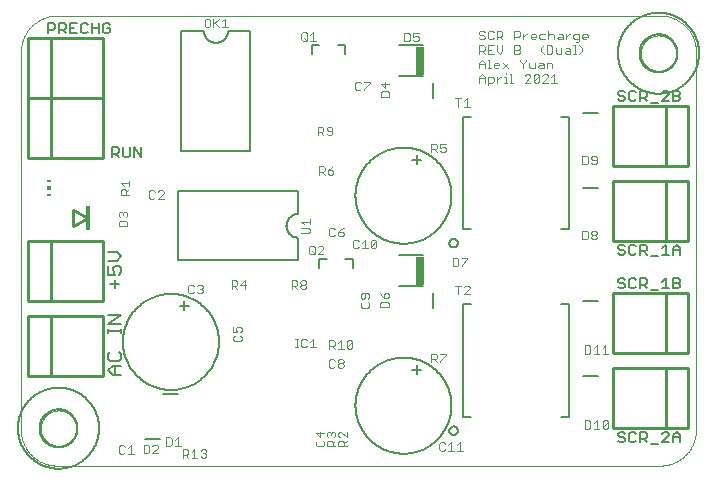
<source format=gto>
G75*
%MOIN*%
%OFA0B0*%
%FSLAX25Y25*%
%IPPOS*%
%LPD*%
%AMOC8*
5,1,8,0,0,1.08239X$1,22.5*
%
%ADD10C,0.00000*%
%ADD11C,0.00400*%
%ADD12C,0.00600*%
%ADD13C,0.00800*%
%ADD14R,0.02657X0.09646*%
%ADD15C,0.01000*%
%ADD16C,0.00700*%
%ADD17C,0.00500*%
%ADD18R,0.01181X0.08268*%
%ADD19R,0.01181X0.00591*%
%ADD20R,0.01181X0.01181*%
D10*
X0016500Y0005500D02*
X0217500Y0005500D01*
X0217790Y0005504D01*
X0218080Y0005514D01*
X0218369Y0005532D01*
X0218658Y0005556D01*
X0218946Y0005587D01*
X0219234Y0005626D01*
X0219520Y0005671D01*
X0219806Y0005724D01*
X0220089Y0005783D01*
X0220372Y0005849D01*
X0220652Y0005921D01*
X0220931Y0006001D01*
X0221208Y0006087D01*
X0221483Y0006180D01*
X0221755Y0006280D01*
X0222025Y0006386D01*
X0222292Y0006498D01*
X0222557Y0006618D01*
X0222818Y0006743D01*
X0223077Y0006875D01*
X0223332Y0007012D01*
X0223584Y0007156D01*
X0223832Y0007306D01*
X0224076Y0007462D01*
X0224317Y0007624D01*
X0224553Y0007792D01*
X0224786Y0007965D01*
X0225014Y0008144D01*
X0225238Y0008328D01*
X0225457Y0008518D01*
X0225672Y0008713D01*
X0225882Y0008913D01*
X0226087Y0009118D01*
X0226287Y0009328D01*
X0226482Y0009543D01*
X0226672Y0009762D01*
X0226856Y0009986D01*
X0227035Y0010214D01*
X0227208Y0010447D01*
X0227376Y0010683D01*
X0227538Y0010924D01*
X0227694Y0011168D01*
X0227844Y0011416D01*
X0227988Y0011668D01*
X0228125Y0011923D01*
X0228257Y0012182D01*
X0228382Y0012443D01*
X0228502Y0012708D01*
X0228614Y0012975D01*
X0228720Y0013245D01*
X0228820Y0013517D01*
X0228913Y0013792D01*
X0228999Y0014069D01*
X0229079Y0014348D01*
X0229151Y0014628D01*
X0229217Y0014911D01*
X0229276Y0015194D01*
X0229329Y0015480D01*
X0229374Y0015766D01*
X0229413Y0016054D01*
X0229444Y0016342D01*
X0229468Y0016631D01*
X0229486Y0016920D01*
X0229496Y0017210D01*
X0229500Y0017500D01*
X0229500Y0143500D01*
X0229496Y0143790D01*
X0229486Y0144080D01*
X0229468Y0144369D01*
X0229444Y0144658D01*
X0229413Y0144946D01*
X0229374Y0145234D01*
X0229329Y0145520D01*
X0229276Y0145806D01*
X0229217Y0146089D01*
X0229151Y0146372D01*
X0229079Y0146652D01*
X0228999Y0146931D01*
X0228913Y0147208D01*
X0228820Y0147483D01*
X0228720Y0147755D01*
X0228614Y0148025D01*
X0228502Y0148292D01*
X0228382Y0148557D01*
X0228257Y0148818D01*
X0228125Y0149077D01*
X0227988Y0149332D01*
X0227844Y0149584D01*
X0227694Y0149832D01*
X0227538Y0150076D01*
X0227376Y0150317D01*
X0227208Y0150553D01*
X0227035Y0150786D01*
X0226856Y0151014D01*
X0226672Y0151238D01*
X0226482Y0151457D01*
X0226287Y0151672D01*
X0226087Y0151882D01*
X0225882Y0152087D01*
X0225672Y0152287D01*
X0225457Y0152482D01*
X0225238Y0152672D01*
X0225014Y0152856D01*
X0224786Y0153035D01*
X0224553Y0153208D01*
X0224317Y0153376D01*
X0224076Y0153538D01*
X0223832Y0153694D01*
X0223584Y0153844D01*
X0223332Y0153988D01*
X0223077Y0154125D01*
X0222818Y0154257D01*
X0222557Y0154382D01*
X0222292Y0154502D01*
X0222025Y0154614D01*
X0221755Y0154720D01*
X0221483Y0154820D01*
X0221208Y0154913D01*
X0220931Y0154999D01*
X0220652Y0155079D01*
X0220372Y0155151D01*
X0220089Y0155217D01*
X0219806Y0155276D01*
X0219520Y0155329D01*
X0219234Y0155374D01*
X0218946Y0155413D01*
X0218658Y0155444D01*
X0218369Y0155468D01*
X0218080Y0155486D01*
X0217790Y0155496D01*
X0217500Y0155500D01*
X0016500Y0155500D01*
X0016210Y0155496D01*
X0015920Y0155486D01*
X0015631Y0155468D01*
X0015342Y0155444D01*
X0015054Y0155413D01*
X0014766Y0155374D01*
X0014480Y0155329D01*
X0014194Y0155276D01*
X0013911Y0155217D01*
X0013628Y0155151D01*
X0013348Y0155079D01*
X0013069Y0154999D01*
X0012792Y0154913D01*
X0012517Y0154820D01*
X0012245Y0154720D01*
X0011975Y0154614D01*
X0011708Y0154502D01*
X0011443Y0154382D01*
X0011182Y0154257D01*
X0010923Y0154125D01*
X0010668Y0153988D01*
X0010416Y0153844D01*
X0010168Y0153694D01*
X0009924Y0153538D01*
X0009683Y0153376D01*
X0009447Y0153208D01*
X0009214Y0153035D01*
X0008986Y0152856D01*
X0008762Y0152672D01*
X0008543Y0152482D01*
X0008328Y0152287D01*
X0008118Y0152087D01*
X0007913Y0151882D01*
X0007713Y0151672D01*
X0007518Y0151457D01*
X0007328Y0151238D01*
X0007144Y0151014D01*
X0006965Y0150786D01*
X0006792Y0150553D01*
X0006624Y0150317D01*
X0006462Y0150076D01*
X0006306Y0149832D01*
X0006156Y0149584D01*
X0006012Y0149332D01*
X0005875Y0149077D01*
X0005743Y0148818D01*
X0005618Y0148557D01*
X0005498Y0148292D01*
X0005386Y0148025D01*
X0005280Y0147755D01*
X0005180Y0147483D01*
X0005087Y0147208D01*
X0005001Y0146931D01*
X0004921Y0146652D01*
X0004849Y0146372D01*
X0004783Y0146089D01*
X0004724Y0145806D01*
X0004671Y0145520D01*
X0004626Y0145234D01*
X0004587Y0144946D01*
X0004556Y0144658D01*
X0004532Y0144369D01*
X0004514Y0144080D01*
X0004504Y0143790D01*
X0004500Y0143500D01*
X0004500Y0017500D01*
X0004504Y0017210D01*
X0004514Y0016920D01*
X0004532Y0016631D01*
X0004556Y0016342D01*
X0004587Y0016054D01*
X0004626Y0015766D01*
X0004671Y0015480D01*
X0004724Y0015194D01*
X0004783Y0014911D01*
X0004849Y0014628D01*
X0004921Y0014348D01*
X0005001Y0014069D01*
X0005087Y0013792D01*
X0005180Y0013517D01*
X0005280Y0013245D01*
X0005386Y0012975D01*
X0005498Y0012708D01*
X0005618Y0012443D01*
X0005743Y0012182D01*
X0005875Y0011923D01*
X0006012Y0011668D01*
X0006156Y0011416D01*
X0006306Y0011168D01*
X0006462Y0010924D01*
X0006624Y0010683D01*
X0006792Y0010447D01*
X0006965Y0010214D01*
X0007144Y0009986D01*
X0007328Y0009762D01*
X0007518Y0009543D01*
X0007713Y0009328D01*
X0007913Y0009118D01*
X0008118Y0008913D01*
X0008328Y0008713D01*
X0008543Y0008518D01*
X0008762Y0008328D01*
X0008986Y0008144D01*
X0009214Y0007965D01*
X0009447Y0007792D01*
X0009683Y0007624D01*
X0009924Y0007462D01*
X0010168Y0007306D01*
X0010416Y0007156D01*
X0010668Y0007012D01*
X0010923Y0006875D01*
X0011182Y0006743D01*
X0011443Y0006618D01*
X0011708Y0006498D01*
X0011975Y0006386D01*
X0012245Y0006280D01*
X0012517Y0006180D01*
X0012792Y0006087D01*
X0013069Y0006001D01*
X0013348Y0005921D01*
X0013628Y0005849D01*
X0013911Y0005783D01*
X0014194Y0005724D01*
X0014480Y0005671D01*
X0014766Y0005626D01*
X0015054Y0005587D01*
X0015342Y0005556D01*
X0015631Y0005532D01*
X0015920Y0005514D01*
X0016210Y0005504D01*
X0016500Y0005500D01*
X0011094Y0018000D02*
X0011096Y0018153D01*
X0011102Y0018307D01*
X0011112Y0018460D01*
X0011126Y0018612D01*
X0011144Y0018765D01*
X0011166Y0018916D01*
X0011191Y0019067D01*
X0011221Y0019218D01*
X0011255Y0019368D01*
X0011292Y0019516D01*
X0011333Y0019664D01*
X0011378Y0019810D01*
X0011427Y0019956D01*
X0011480Y0020100D01*
X0011536Y0020242D01*
X0011596Y0020383D01*
X0011660Y0020523D01*
X0011727Y0020661D01*
X0011798Y0020797D01*
X0011873Y0020931D01*
X0011950Y0021063D01*
X0012032Y0021193D01*
X0012116Y0021321D01*
X0012204Y0021447D01*
X0012295Y0021570D01*
X0012389Y0021691D01*
X0012487Y0021809D01*
X0012587Y0021925D01*
X0012691Y0022038D01*
X0012797Y0022149D01*
X0012906Y0022257D01*
X0013018Y0022362D01*
X0013132Y0022463D01*
X0013250Y0022562D01*
X0013369Y0022658D01*
X0013491Y0022751D01*
X0013616Y0022840D01*
X0013743Y0022927D01*
X0013872Y0023009D01*
X0014003Y0023089D01*
X0014136Y0023165D01*
X0014271Y0023238D01*
X0014408Y0023307D01*
X0014547Y0023372D01*
X0014687Y0023434D01*
X0014829Y0023492D01*
X0014972Y0023547D01*
X0015117Y0023598D01*
X0015263Y0023645D01*
X0015410Y0023688D01*
X0015558Y0023727D01*
X0015707Y0023763D01*
X0015857Y0023794D01*
X0016008Y0023822D01*
X0016159Y0023846D01*
X0016312Y0023866D01*
X0016464Y0023882D01*
X0016617Y0023894D01*
X0016770Y0023902D01*
X0016923Y0023906D01*
X0017077Y0023906D01*
X0017230Y0023902D01*
X0017383Y0023894D01*
X0017536Y0023882D01*
X0017688Y0023866D01*
X0017841Y0023846D01*
X0017992Y0023822D01*
X0018143Y0023794D01*
X0018293Y0023763D01*
X0018442Y0023727D01*
X0018590Y0023688D01*
X0018737Y0023645D01*
X0018883Y0023598D01*
X0019028Y0023547D01*
X0019171Y0023492D01*
X0019313Y0023434D01*
X0019453Y0023372D01*
X0019592Y0023307D01*
X0019729Y0023238D01*
X0019864Y0023165D01*
X0019997Y0023089D01*
X0020128Y0023009D01*
X0020257Y0022927D01*
X0020384Y0022840D01*
X0020509Y0022751D01*
X0020631Y0022658D01*
X0020750Y0022562D01*
X0020868Y0022463D01*
X0020982Y0022362D01*
X0021094Y0022257D01*
X0021203Y0022149D01*
X0021309Y0022038D01*
X0021413Y0021925D01*
X0021513Y0021809D01*
X0021611Y0021691D01*
X0021705Y0021570D01*
X0021796Y0021447D01*
X0021884Y0021321D01*
X0021968Y0021193D01*
X0022050Y0021063D01*
X0022127Y0020931D01*
X0022202Y0020797D01*
X0022273Y0020661D01*
X0022340Y0020523D01*
X0022404Y0020383D01*
X0022464Y0020242D01*
X0022520Y0020100D01*
X0022573Y0019956D01*
X0022622Y0019810D01*
X0022667Y0019664D01*
X0022708Y0019516D01*
X0022745Y0019368D01*
X0022779Y0019218D01*
X0022809Y0019067D01*
X0022834Y0018916D01*
X0022856Y0018765D01*
X0022874Y0018612D01*
X0022888Y0018460D01*
X0022898Y0018307D01*
X0022904Y0018153D01*
X0022906Y0018000D01*
X0022904Y0017847D01*
X0022898Y0017693D01*
X0022888Y0017540D01*
X0022874Y0017388D01*
X0022856Y0017235D01*
X0022834Y0017084D01*
X0022809Y0016933D01*
X0022779Y0016782D01*
X0022745Y0016632D01*
X0022708Y0016484D01*
X0022667Y0016336D01*
X0022622Y0016190D01*
X0022573Y0016044D01*
X0022520Y0015900D01*
X0022464Y0015758D01*
X0022404Y0015617D01*
X0022340Y0015477D01*
X0022273Y0015339D01*
X0022202Y0015203D01*
X0022127Y0015069D01*
X0022050Y0014937D01*
X0021968Y0014807D01*
X0021884Y0014679D01*
X0021796Y0014553D01*
X0021705Y0014430D01*
X0021611Y0014309D01*
X0021513Y0014191D01*
X0021413Y0014075D01*
X0021309Y0013962D01*
X0021203Y0013851D01*
X0021094Y0013743D01*
X0020982Y0013638D01*
X0020868Y0013537D01*
X0020750Y0013438D01*
X0020631Y0013342D01*
X0020509Y0013249D01*
X0020384Y0013160D01*
X0020257Y0013073D01*
X0020128Y0012991D01*
X0019997Y0012911D01*
X0019864Y0012835D01*
X0019729Y0012762D01*
X0019592Y0012693D01*
X0019453Y0012628D01*
X0019313Y0012566D01*
X0019171Y0012508D01*
X0019028Y0012453D01*
X0018883Y0012402D01*
X0018737Y0012355D01*
X0018590Y0012312D01*
X0018442Y0012273D01*
X0018293Y0012237D01*
X0018143Y0012206D01*
X0017992Y0012178D01*
X0017841Y0012154D01*
X0017688Y0012134D01*
X0017536Y0012118D01*
X0017383Y0012106D01*
X0017230Y0012098D01*
X0017077Y0012094D01*
X0016923Y0012094D01*
X0016770Y0012098D01*
X0016617Y0012106D01*
X0016464Y0012118D01*
X0016312Y0012134D01*
X0016159Y0012154D01*
X0016008Y0012178D01*
X0015857Y0012206D01*
X0015707Y0012237D01*
X0015558Y0012273D01*
X0015410Y0012312D01*
X0015263Y0012355D01*
X0015117Y0012402D01*
X0014972Y0012453D01*
X0014829Y0012508D01*
X0014687Y0012566D01*
X0014547Y0012628D01*
X0014408Y0012693D01*
X0014271Y0012762D01*
X0014136Y0012835D01*
X0014003Y0012911D01*
X0013872Y0012991D01*
X0013743Y0013073D01*
X0013616Y0013160D01*
X0013491Y0013249D01*
X0013369Y0013342D01*
X0013250Y0013438D01*
X0013132Y0013537D01*
X0013018Y0013638D01*
X0012906Y0013743D01*
X0012797Y0013851D01*
X0012691Y0013962D01*
X0012587Y0014075D01*
X0012487Y0014191D01*
X0012389Y0014309D01*
X0012295Y0014430D01*
X0012204Y0014553D01*
X0012116Y0014679D01*
X0012032Y0014807D01*
X0011950Y0014937D01*
X0011873Y0015069D01*
X0011798Y0015203D01*
X0011727Y0015339D01*
X0011660Y0015477D01*
X0011596Y0015617D01*
X0011536Y0015758D01*
X0011480Y0015900D01*
X0011427Y0016044D01*
X0011378Y0016190D01*
X0011333Y0016336D01*
X0011292Y0016484D01*
X0011255Y0016632D01*
X0011221Y0016782D01*
X0011191Y0016933D01*
X0011166Y0017084D01*
X0011144Y0017235D01*
X0011126Y0017388D01*
X0011112Y0017540D01*
X0011102Y0017693D01*
X0011096Y0017847D01*
X0011094Y0018000D01*
X0211094Y0143000D02*
X0211096Y0143153D01*
X0211102Y0143307D01*
X0211112Y0143460D01*
X0211126Y0143612D01*
X0211144Y0143765D01*
X0211166Y0143916D01*
X0211191Y0144067D01*
X0211221Y0144218D01*
X0211255Y0144368D01*
X0211292Y0144516D01*
X0211333Y0144664D01*
X0211378Y0144810D01*
X0211427Y0144956D01*
X0211480Y0145100D01*
X0211536Y0145242D01*
X0211596Y0145383D01*
X0211660Y0145523D01*
X0211727Y0145661D01*
X0211798Y0145797D01*
X0211873Y0145931D01*
X0211950Y0146063D01*
X0212032Y0146193D01*
X0212116Y0146321D01*
X0212204Y0146447D01*
X0212295Y0146570D01*
X0212389Y0146691D01*
X0212487Y0146809D01*
X0212587Y0146925D01*
X0212691Y0147038D01*
X0212797Y0147149D01*
X0212906Y0147257D01*
X0213018Y0147362D01*
X0213132Y0147463D01*
X0213250Y0147562D01*
X0213369Y0147658D01*
X0213491Y0147751D01*
X0213616Y0147840D01*
X0213743Y0147927D01*
X0213872Y0148009D01*
X0214003Y0148089D01*
X0214136Y0148165D01*
X0214271Y0148238D01*
X0214408Y0148307D01*
X0214547Y0148372D01*
X0214687Y0148434D01*
X0214829Y0148492D01*
X0214972Y0148547D01*
X0215117Y0148598D01*
X0215263Y0148645D01*
X0215410Y0148688D01*
X0215558Y0148727D01*
X0215707Y0148763D01*
X0215857Y0148794D01*
X0216008Y0148822D01*
X0216159Y0148846D01*
X0216312Y0148866D01*
X0216464Y0148882D01*
X0216617Y0148894D01*
X0216770Y0148902D01*
X0216923Y0148906D01*
X0217077Y0148906D01*
X0217230Y0148902D01*
X0217383Y0148894D01*
X0217536Y0148882D01*
X0217688Y0148866D01*
X0217841Y0148846D01*
X0217992Y0148822D01*
X0218143Y0148794D01*
X0218293Y0148763D01*
X0218442Y0148727D01*
X0218590Y0148688D01*
X0218737Y0148645D01*
X0218883Y0148598D01*
X0219028Y0148547D01*
X0219171Y0148492D01*
X0219313Y0148434D01*
X0219453Y0148372D01*
X0219592Y0148307D01*
X0219729Y0148238D01*
X0219864Y0148165D01*
X0219997Y0148089D01*
X0220128Y0148009D01*
X0220257Y0147927D01*
X0220384Y0147840D01*
X0220509Y0147751D01*
X0220631Y0147658D01*
X0220750Y0147562D01*
X0220868Y0147463D01*
X0220982Y0147362D01*
X0221094Y0147257D01*
X0221203Y0147149D01*
X0221309Y0147038D01*
X0221413Y0146925D01*
X0221513Y0146809D01*
X0221611Y0146691D01*
X0221705Y0146570D01*
X0221796Y0146447D01*
X0221884Y0146321D01*
X0221968Y0146193D01*
X0222050Y0146063D01*
X0222127Y0145931D01*
X0222202Y0145797D01*
X0222273Y0145661D01*
X0222340Y0145523D01*
X0222404Y0145383D01*
X0222464Y0145242D01*
X0222520Y0145100D01*
X0222573Y0144956D01*
X0222622Y0144810D01*
X0222667Y0144664D01*
X0222708Y0144516D01*
X0222745Y0144368D01*
X0222779Y0144218D01*
X0222809Y0144067D01*
X0222834Y0143916D01*
X0222856Y0143765D01*
X0222874Y0143612D01*
X0222888Y0143460D01*
X0222898Y0143307D01*
X0222904Y0143153D01*
X0222906Y0143000D01*
X0222904Y0142847D01*
X0222898Y0142693D01*
X0222888Y0142540D01*
X0222874Y0142388D01*
X0222856Y0142235D01*
X0222834Y0142084D01*
X0222809Y0141933D01*
X0222779Y0141782D01*
X0222745Y0141632D01*
X0222708Y0141484D01*
X0222667Y0141336D01*
X0222622Y0141190D01*
X0222573Y0141044D01*
X0222520Y0140900D01*
X0222464Y0140758D01*
X0222404Y0140617D01*
X0222340Y0140477D01*
X0222273Y0140339D01*
X0222202Y0140203D01*
X0222127Y0140069D01*
X0222050Y0139937D01*
X0221968Y0139807D01*
X0221884Y0139679D01*
X0221796Y0139553D01*
X0221705Y0139430D01*
X0221611Y0139309D01*
X0221513Y0139191D01*
X0221413Y0139075D01*
X0221309Y0138962D01*
X0221203Y0138851D01*
X0221094Y0138743D01*
X0220982Y0138638D01*
X0220868Y0138537D01*
X0220750Y0138438D01*
X0220631Y0138342D01*
X0220509Y0138249D01*
X0220384Y0138160D01*
X0220257Y0138073D01*
X0220128Y0137991D01*
X0219997Y0137911D01*
X0219864Y0137835D01*
X0219729Y0137762D01*
X0219592Y0137693D01*
X0219453Y0137628D01*
X0219313Y0137566D01*
X0219171Y0137508D01*
X0219028Y0137453D01*
X0218883Y0137402D01*
X0218737Y0137355D01*
X0218590Y0137312D01*
X0218442Y0137273D01*
X0218293Y0137237D01*
X0218143Y0137206D01*
X0217992Y0137178D01*
X0217841Y0137154D01*
X0217688Y0137134D01*
X0217536Y0137118D01*
X0217383Y0137106D01*
X0217230Y0137098D01*
X0217077Y0137094D01*
X0216923Y0137094D01*
X0216770Y0137098D01*
X0216617Y0137106D01*
X0216464Y0137118D01*
X0216312Y0137134D01*
X0216159Y0137154D01*
X0216008Y0137178D01*
X0215857Y0137206D01*
X0215707Y0137237D01*
X0215558Y0137273D01*
X0215410Y0137312D01*
X0215263Y0137355D01*
X0215117Y0137402D01*
X0214972Y0137453D01*
X0214829Y0137508D01*
X0214687Y0137566D01*
X0214547Y0137628D01*
X0214408Y0137693D01*
X0214271Y0137762D01*
X0214136Y0137835D01*
X0214003Y0137911D01*
X0213872Y0137991D01*
X0213743Y0138073D01*
X0213616Y0138160D01*
X0213491Y0138249D01*
X0213369Y0138342D01*
X0213250Y0138438D01*
X0213132Y0138537D01*
X0213018Y0138638D01*
X0212906Y0138743D01*
X0212797Y0138851D01*
X0212691Y0138962D01*
X0212587Y0139075D01*
X0212487Y0139191D01*
X0212389Y0139309D01*
X0212295Y0139430D01*
X0212204Y0139553D01*
X0212116Y0139679D01*
X0212032Y0139807D01*
X0211950Y0139937D01*
X0211873Y0140069D01*
X0211798Y0140203D01*
X0211727Y0140339D01*
X0211660Y0140477D01*
X0211596Y0140617D01*
X0211536Y0140758D01*
X0211480Y0140900D01*
X0211427Y0141044D01*
X0211378Y0141190D01*
X0211333Y0141336D01*
X0211292Y0141484D01*
X0211255Y0141632D01*
X0211221Y0141782D01*
X0211191Y0141933D01*
X0211166Y0142084D01*
X0211144Y0142235D01*
X0211126Y0142388D01*
X0211112Y0142540D01*
X0211102Y0142693D01*
X0211096Y0142847D01*
X0211094Y0143000D01*
D11*
X0193444Y0148534D02*
X0191576Y0148534D01*
X0191576Y0148067D02*
X0191576Y0149001D01*
X0192043Y0149468D01*
X0192977Y0149468D01*
X0193444Y0149001D01*
X0193444Y0148534D01*
X0192977Y0147600D02*
X0192043Y0147600D01*
X0191576Y0148067D01*
X0190498Y0147600D02*
X0189097Y0147600D01*
X0188630Y0148067D01*
X0188630Y0149001D01*
X0189097Y0149468D01*
X0190498Y0149468D01*
X0190498Y0147133D01*
X0190031Y0146666D01*
X0189564Y0146666D01*
X0189097Y0145602D02*
X0189097Y0142800D01*
X0188630Y0142800D02*
X0189564Y0142800D01*
X0190594Y0142800D02*
X0191528Y0143734D01*
X0191528Y0144668D01*
X0190594Y0145602D01*
X0189097Y0145602D02*
X0188630Y0145602D01*
X0187551Y0144201D02*
X0187084Y0144668D01*
X0186150Y0144668D01*
X0186150Y0143734D02*
X0187551Y0143734D01*
X0187551Y0144201D02*
X0187551Y0142800D01*
X0186150Y0142800D01*
X0185683Y0143267D01*
X0186150Y0143734D01*
X0184605Y0142800D02*
X0184605Y0144668D01*
X0184605Y0142800D02*
X0183204Y0142800D01*
X0182736Y0143267D01*
X0182736Y0144668D01*
X0181658Y0145135D02*
X0181658Y0143267D01*
X0181191Y0142800D01*
X0179790Y0142800D01*
X0179790Y0145602D01*
X0181191Y0145602D01*
X0181658Y0145135D01*
X0178760Y0145602D02*
X0177826Y0144668D01*
X0177826Y0143734D01*
X0178760Y0142800D01*
X0178245Y0139868D02*
X0177311Y0139868D01*
X0178245Y0139868D02*
X0178712Y0139401D01*
X0178712Y0138000D01*
X0177311Y0138000D01*
X0176843Y0138467D01*
X0177311Y0138934D01*
X0178712Y0138934D01*
X0179790Y0138000D02*
X0179790Y0139868D01*
X0181191Y0139868D01*
X0181658Y0139401D01*
X0181658Y0138000D01*
X0182197Y0136002D02*
X0182197Y0133200D01*
X0181263Y0133200D02*
X0183131Y0133200D01*
X0181263Y0135068D02*
X0182197Y0136002D01*
X0180185Y0135535D02*
X0179718Y0136002D01*
X0178784Y0136002D01*
X0178317Y0135535D01*
X0177238Y0135535D02*
X0177238Y0133667D01*
X0176771Y0133200D01*
X0175837Y0133200D01*
X0175370Y0133667D01*
X0177238Y0135535D01*
X0176771Y0136002D01*
X0175837Y0136002D01*
X0175370Y0135535D01*
X0175370Y0133667D01*
X0174292Y0133200D02*
X0172424Y0133200D01*
X0174292Y0135068D01*
X0174292Y0135535D01*
X0173825Y0136002D01*
X0172891Y0136002D01*
X0172424Y0135535D01*
X0171885Y0138000D02*
X0171885Y0139401D01*
X0172819Y0140335D01*
X0172819Y0140802D01*
X0173897Y0139868D02*
X0173897Y0138467D01*
X0174364Y0138000D01*
X0175765Y0138000D01*
X0175765Y0139868D01*
X0171885Y0139401D02*
X0170950Y0140335D01*
X0170950Y0140802D01*
X0170387Y0142800D02*
X0168986Y0142800D01*
X0168986Y0145602D01*
X0170387Y0145602D01*
X0170854Y0145135D01*
X0170854Y0144668D01*
X0170387Y0144201D01*
X0168986Y0144201D01*
X0170387Y0144201D02*
X0170854Y0143734D01*
X0170854Y0143267D01*
X0170387Y0142800D01*
X0166926Y0139868D02*
X0165057Y0138000D01*
X0163979Y0138934D02*
X0162111Y0138934D01*
X0162111Y0138467D02*
X0162111Y0139401D01*
X0162578Y0139868D01*
X0163512Y0139868D01*
X0163979Y0139401D01*
X0163979Y0138934D01*
X0163512Y0138000D02*
X0162578Y0138000D01*
X0162111Y0138467D01*
X0161081Y0138000D02*
X0160147Y0138000D01*
X0160614Y0138000D02*
X0160614Y0140802D01*
X0160147Y0140802D01*
X0159068Y0139868D02*
X0159068Y0138000D01*
X0159068Y0139401D02*
X0157200Y0139401D01*
X0157200Y0139868D02*
X0158134Y0140802D01*
X0159068Y0139868D01*
X0157200Y0139868D02*
X0157200Y0138000D01*
X0158134Y0136002D02*
X0159068Y0135068D01*
X0159068Y0133200D01*
X0160147Y0133200D02*
X0161548Y0133200D01*
X0162015Y0133667D01*
X0162015Y0134601D01*
X0161548Y0135068D01*
X0160147Y0135068D01*
X0160147Y0132266D01*
X0163093Y0133200D02*
X0163093Y0135068D01*
X0163093Y0134134D02*
X0164027Y0135068D01*
X0164494Y0135068D01*
X0165548Y0135068D02*
X0166016Y0135068D01*
X0166016Y0133200D01*
X0166483Y0133200D02*
X0165548Y0133200D01*
X0167513Y0133200D02*
X0168447Y0133200D01*
X0167980Y0133200D02*
X0167980Y0136002D01*
X0167513Y0136002D01*
X0166016Y0136002D02*
X0166016Y0136469D01*
X0166926Y0138000D02*
X0165057Y0139868D01*
X0164027Y0142800D02*
X0163093Y0143734D01*
X0163093Y0145602D01*
X0162015Y0145602D02*
X0160147Y0145602D01*
X0160147Y0142800D01*
X0162015Y0142800D01*
X0161081Y0144201D02*
X0160147Y0144201D01*
X0159068Y0144201D02*
X0158601Y0143734D01*
X0157200Y0143734D01*
X0157200Y0142800D02*
X0157200Y0145602D01*
X0158601Y0145602D01*
X0159068Y0145135D01*
X0159068Y0144201D01*
X0158134Y0143734D02*
X0159068Y0142800D01*
X0158601Y0147600D02*
X0157667Y0147600D01*
X0157200Y0148067D01*
X0157667Y0149001D02*
X0158601Y0149001D01*
X0159068Y0148534D01*
X0159068Y0148067D01*
X0158601Y0147600D01*
X0160147Y0148067D02*
X0160147Y0149935D01*
X0160614Y0150402D01*
X0161548Y0150402D01*
X0162015Y0149935D01*
X0163093Y0150402D02*
X0163093Y0147600D01*
X0163093Y0148534D02*
X0164494Y0148534D01*
X0164961Y0149001D01*
X0164961Y0149935D01*
X0164494Y0150402D01*
X0163093Y0150402D01*
X0164027Y0148534D02*
X0164961Y0147600D01*
X0164961Y0145602D02*
X0164961Y0143734D01*
X0164027Y0142800D01*
X0161548Y0147600D02*
X0160614Y0147600D01*
X0160147Y0148067D01*
X0161548Y0147600D02*
X0162015Y0148067D01*
X0159068Y0149935D02*
X0158601Y0150402D01*
X0157667Y0150402D01*
X0157200Y0149935D01*
X0157200Y0149468D01*
X0157667Y0149001D01*
X0168986Y0148534D02*
X0170387Y0148534D01*
X0170854Y0149001D01*
X0170854Y0149935D01*
X0170387Y0150402D01*
X0168986Y0150402D01*
X0168986Y0147600D01*
X0171933Y0147600D02*
X0171933Y0149468D01*
X0172867Y0149468D02*
X0173334Y0149468D01*
X0172867Y0149468D02*
X0171933Y0148534D01*
X0174388Y0148534D02*
X0176256Y0148534D01*
X0176256Y0149001D01*
X0175789Y0149468D01*
X0174855Y0149468D01*
X0174388Y0149001D01*
X0174388Y0148067D01*
X0174855Y0147600D01*
X0175789Y0147600D01*
X0177335Y0148067D02*
X0177802Y0147600D01*
X0179203Y0147600D01*
X0180281Y0147600D02*
X0180281Y0150402D01*
X0180748Y0149468D02*
X0181682Y0149468D01*
X0182149Y0149001D01*
X0182149Y0147600D01*
X0183228Y0148067D02*
X0183695Y0148534D01*
X0185096Y0148534D01*
X0185096Y0149001D02*
X0185096Y0147600D01*
X0183695Y0147600D01*
X0183228Y0148067D01*
X0183695Y0149468D02*
X0184629Y0149468D01*
X0185096Y0149001D01*
X0186174Y0148534D02*
X0187108Y0149468D01*
X0187575Y0149468D01*
X0186174Y0149468D02*
X0186174Y0147600D01*
X0180748Y0149468D02*
X0180281Y0149001D01*
X0179203Y0149468D02*
X0177802Y0149468D01*
X0177335Y0149001D01*
X0177335Y0148067D01*
X0180185Y0135535D02*
X0180185Y0135068D01*
X0178317Y0133200D01*
X0180185Y0133200D01*
X0159068Y0134601D02*
X0157200Y0134601D01*
X0157200Y0135068D02*
X0158134Y0136002D01*
X0157200Y0135068D02*
X0157200Y0133200D01*
X0153134Y0128002D02*
X0153134Y0125200D01*
X0152200Y0125200D02*
X0154068Y0125200D01*
X0152200Y0127068D02*
X0153134Y0128002D01*
X0151122Y0128002D02*
X0149253Y0128002D01*
X0150188Y0128002D02*
X0150188Y0125200D01*
X0146122Y0112802D02*
X0144253Y0112802D01*
X0144253Y0111401D01*
X0145188Y0111868D01*
X0145655Y0111868D01*
X0146122Y0111401D01*
X0146122Y0110467D01*
X0145655Y0110000D01*
X0144721Y0110000D01*
X0144253Y0110467D01*
X0143175Y0110000D02*
X0142241Y0110934D01*
X0142708Y0110934D02*
X0141307Y0110934D01*
X0141307Y0110000D02*
X0141307Y0112802D01*
X0142708Y0112802D01*
X0143175Y0112335D01*
X0143175Y0111401D01*
X0142708Y0110934D01*
X0127231Y0128472D02*
X0124429Y0128472D01*
X0124429Y0129873D01*
X0124896Y0130340D01*
X0126764Y0130340D01*
X0127231Y0129873D01*
X0127231Y0128472D01*
X0125830Y0131418D02*
X0125830Y0133286D01*
X0127231Y0132819D02*
X0124429Y0132819D01*
X0125830Y0131418D01*
X0120765Y0133035D02*
X0118897Y0131167D01*
X0118897Y0130700D01*
X0117818Y0131167D02*
X0117351Y0130700D01*
X0116417Y0130700D01*
X0115950Y0131167D01*
X0115950Y0133035D01*
X0116417Y0133502D01*
X0117351Y0133502D01*
X0117818Y0133035D01*
X0118897Y0133502D02*
X0120765Y0133502D01*
X0120765Y0133035D01*
X0132200Y0146950D02*
X0133601Y0146950D01*
X0134068Y0147417D01*
X0134068Y0149285D01*
X0133601Y0149752D01*
X0132200Y0149752D01*
X0132200Y0146950D01*
X0135147Y0147417D02*
X0135614Y0146950D01*
X0136548Y0146950D01*
X0137015Y0147417D01*
X0137015Y0148351D01*
X0136548Y0148818D01*
X0136081Y0148818D01*
X0135147Y0148351D01*
X0135147Y0149752D01*
X0137015Y0149752D01*
X0102818Y0147200D02*
X0100950Y0147200D01*
X0101884Y0147200D02*
X0101884Y0150002D01*
X0100950Y0149068D01*
X0099872Y0149535D02*
X0099872Y0147667D01*
X0099405Y0147200D01*
X0098471Y0147200D01*
X0098003Y0147667D01*
X0098003Y0149535D01*
X0098471Y0150002D01*
X0099405Y0150002D01*
X0099872Y0149535D01*
X0098938Y0148134D02*
X0099872Y0147200D01*
X0073461Y0151700D02*
X0071593Y0151700D01*
X0072527Y0151700D02*
X0072527Y0154502D01*
X0071593Y0153568D01*
X0070515Y0154502D02*
X0068647Y0152634D01*
X0069114Y0153101D02*
X0070515Y0151700D01*
X0068647Y0151700D02*
X0068647Y0154502D01*
X0067568Y0154035D02*
X0067568Y0152167D01*
X0067101Y0151700D01*
X0066167Y0151700D01*
X0065700Y0152167D01*
X0065700Y0154035D01*
X0066167Y0154502D01*
X0067101Y0154502D01*
X0067568Y0154035D01*
X0103450Y0118502D02*
X0104851Y0118502D01*
X0105318Y0118035D01*
X0105318Y0117101D01*
X0104851Y0116634D01*
X0103450Y0116634D01*
X0103450Y0115700D02*
X0103450Y0118502D01*
X0106397Y0118035D02*
X0106397Y0117568D01*
X0106864Y0117101D01*
X0108265Y0117101D01*
X0108265Y0116167D02*
X0108265Y0118035D01*
X0107798Y0118502D01*
X0106864Y0118502D01*
X0106397Y0118035D01*
X0106397Y0116167D02*
X0106864Y0115700D01*
X0107798Y0115700D01*
X0108265Y0116167D01*
X0105318Y0115700D02*
X0104384Y0116634D01*
X0103807Y0105302D02*
X0105208Y0105302D01*
X0105675Y0104835D01*
X0105675Y0103901D01*
X0105208Y0103434D01*
X0103807Y0103434D01*
X0103807Y0102500D02*
X0103807Y0105302D01*
X0104741Y0103434D02*
X0105675Y0102500D01*
X0106753Y0102967D02*
X0107221Y0102500D01*
X0108155Y0102500D01*
X0108622Y0102967D01*
X0108622Y0103434D01*
X0108155Y0103901D01*
X0106753Y0103901D01*
X0106753Y0102967D01*
X0106753Y0103901D02*
X0107688Y0104835D01*
X0108622Y0105302D01*
X0100800Y0087765D02*
X0100800Y0085897D01*
X0100800Y0086831D02*
X0097998Y0086831D01*
X0098932Y0085897D01*
X0097998Y0084818D02*
X0100333Y0084818D01*
X0100800Y0084351D01*
X0100800Y0083417D01*
X0100333Y0082950D01*
X0097998Y0082950D01*
X0100971Y0078752D02*
X0101905Y0078752D01*
X0102372Y0078285D01*
X0102372Y0076417D01*
X0101905Y0075950D01*
X0100971Y0075950D01*
X0100503Y0076417D01*
X0100503Y0078285D01*
X0100971Y0078752D01*
X0101438Y0076884D02*
X0102372Y0075950D01*
X0103450Y0075950D02*
X0105318Y0077818D01*
X0105318Y0078285D01*
X0104851Y0078752D01*
X0103917Y0078752D01*
X0103450Y0078285D01*
X0103450Y0075950D02*
X0105318Y0075950D01*
X0107667Y0081950D02*
X0107200Y0082417D01*
X0107200Y0084285D01*
X0107667Y0084752D01*
X0108601Y0084752D01*
X0109068Y0084285D01*
X0110147Y0083351D02*
X0110147Y0082417D01*
X0110614Y0081950D01*
X0111548Y0081950D01*
X0112015Y0082417D01*
X0112015Y0082884D01*
X0111548Y0083351D01*
X0110147Y0083351D01*
X0111081Y0084285D01*
X0112015Y0084752D01*
X0109068Y0082417D02*
X0108601Y0081950D01*
X0107667Y0081950D01*
X0115200Y0080285D02*
X0115200Y0078417D01*
X0115667Y0077950D01*
X0116601Y0077950D01*
X0117068Y0078417D01*
X0118147Y0077950D02*
X0120015Y0077950D01*
X0119081Y0077950D02*
X0119081Y0080752D01*
X0118147Y0079818D01*
X0117068Y0080285D02*
X0116601Y0080752D01*
X0115667Y0080752D01*
X0115200Y0080285D01*
X0121093Y0080285D02*
X0121093Y0078417D01*
X0122961Y0080285D01*
X0122961Y0078417D01*
X0122494Y0077950D01*
X0121560Y0077950D01*
X0121093Y0078417D01*
X0121093Y0080285D02*
X0121560Y0080752D01*
X0122494Y0080752D01*
X0122961Y0080285D01*
X0099515Y0066785D02*
X0099515Y0066318D01*
X0099048Y0065851D01*
X0098114Y0065851D01*
X0097647Y0066318D01*
X0097647Y0066785D01*
X0098114Y0067252D01*
X0099048Y0067252D01*
X0099515Y0066785D01*
X0099048Y0065851D02*
X0099515Y0065384D01*
X0099515Y0064917D01*
X0099048Y0064450D01*
X0098114Y0064450D01*
X0097647Y0064917D01*
X0097647Y0065384D01*
X0098114Y0065851D01*
X0096568Y0065851D02*
X0096101Y0065384D01*
X0094700Y0065384D01*
X0094700Y0064450D02*
X0094700Y0067252D01*
X0096101Y0067252D01*
X0096568Y0066785D01*
X0096568Y0065851D01*
X0095634Y0065384D02*
X0096568Y0064450D01*
X0079515Y0065851D02*
X0077647Y0065851D01*
X0079048Y0067252D01*
X0079048Y0064450D01*
X0076568Y0064450D02*
X0075634Y0065384D01*
X0076101Y0065384D02*
X0074700Y0065384D01*
X0074700Y0064450D02*
X0074700Y0067252D01*
X0076101Y0067252D01*
X0076568Y0066785D01*
X0076568Y0065851D01*
X0076101Y0065384D01*
X0065015Y0065285D02*
X0065015Y0064818D01*
X0064548Y0064351D01*
X0065015Y0063884D01*
X0065015Y0063417D01*
X0064548Y0062950D01*
X0063614Y0062950D01*
X0063147Y0063417D01*
X0062068Y0063417D02*
X0061601Y0062950D01*
X0060667Y0062950D01*
X0060200Y0063417D01*
X0060200Y0065285D01*
X0060667Y0065752D01*
X0061601Y0065752D01*
X0062068Y0065285D01*
X0063147Y0065285D02*
X0063614Y0065752D01*
X0064548Y0065752D01*
X0065015Y0065285D01*
X0064548Y0064351D02*
X0064081Y0064351D01*
X0075248Y0051765D02*
X0075248Y0049897D01*
X0076649Y0049897D01*
X0076182Y0050831D01*
X0076182Y0051298D01*
X0076649Y0051765D01*
X0077583Y0051765D01*
X0078050Y0051298D01*
X0078050Y0050364D01*
X0077583Y0049897D01*
X0077583Y0048818D02*
X0078050Y0048351D01*
X0078050Y0047417D01*
X0077583Y0046950D01*
X0075715Y0046950D01*
X0075248Y0047417D01*
X0075248Y0048351D01*
X0075715Y0048818D01*
X0095950Y0047752D02*
X0096884Y0047752D01*
X0096417Y0047752D02*
X0096417Y0044950D01*
X0095950Y0044950D02*
X0096884Y0044950D01*
X0097914Y0045417D02*
X0098381Y0044950D01*
X0099316Y0044950D01*
X0099783Y0045417D01*
X0100861Y0044950D02*
X0102729Y0044950D01*
X0101795Y0044950D02*
X0101795Y0047752D01*
X0100861Y0046818D01*
X0099783Y0047285D02*
X0099316Y0047752D01*
X0098381Y0047752D01*
X0097914Y0047285D01*
X0097914Y0045417D01*
X0107200Y0045384D02*
X0108601Y0045384D01*
X0109068Y0045851D01*
X0109068Y0046785D01*
X0108601Y0047252D01*
X0107200Y0047252D01*
X0107200Y0044450D01*
X0108134Y0045384D02*
X0109068Y0044450D01*
X0110147Y0044450D02*
X0112015Y0044450D01*
X0111081Y0044450D02*
X0111081Y0047252D01*
X0110147Y0046318D01*
X0113093Y0046785D02*
X0113560Y0047252D01*
X0114494Y0047252D01*
X0114961Y0046785D01*
X0113093Y0044917D01*
X0113560Y0044450D01*
X0114494Y0044450D01*
X0114961Y0044917D01*
X0114961Y0046785D01*
X0113093Y0046785D02*
X0113093Y0044917D01*
X0111548Y0041002D02*
X0112015Y0040535D01*
X0112015Y0040068D01*
X0111548Y0039601D01*
X0110614Y0039601D01*
X0110147Y0040068D01*
X0110147Y0040535D01*
X0110614Y0041002D01*
X0111548Y0041002D01*
X0111548Y0039601D02*
X0112015Y0039134D01*
X0112015Y0038667D01*
X0111548Y0038200D01*
X0110614Y0038200D01*
X0110147Y0038667D01*
X0110147Y0039134D01*
X0110614Y0039601D01*
X0109068Y0038667D02*
X0108601Y0038200D01*
X0107667Y0038200D01*
X0107200Y0038667D01*
X0107200Y0040535D01*
X0107667Y0041002D01*
X0108601Y0041002D01*
X0109068Y0040535D01*
X0118215Y0058200D02*
X0120083Y0058200D01*
X0120550Y0058667D01*
X0120550Y0059601D01*
X0120083Y0060068D01*
X0120083Y0061147D02*
X0120550Y0061614D01*
X0120550Y0062548D01*
X0120083Y0063015D01*
X0118215Y0063015D01*
X0117748Y0062548D01*
X0117748Y0061614D01*
X0118215Y0061147D01*
X0118682Y0061147D01*
X0119149Y0061614D01*
X0119149Y0063015D01*
X0118215Y0060068D02*
X0117748Y0059601D01*
X0117748Y0058667D01*
X0118215Y0058200D01*
X0124267Y0058285D02*
X0124267Y0059687D01*
X0124734Y0060154D01*
X0126602Y0060154D01*
X0127069Y0059687D01*
X0127069Y0058285D01*
X0124267Y0058285D01*
X0125668Y0061232D02*
X0125668Y0062633D01*
X0126135Y0063100D01*
X0126602Y0063100D01*
X0127069Y0062633D01*
X0127069Y0061699D01*
X0126602Y0061232D01*
X0125668Y0061232D01*
X0124734Y0062166D01*
X0124267Y0063100D01*
X0149253Y0065502D02*
X0151122Y0065502D01*
X0150188Y0065502D02*
X0150188Y0062700D01*
X0152200Y0062700D02*
X0154068Y0064568D01*
X0154068Y0065035D01*
X0153601Y0065502D01*
X0152667Y0065502D01*
X0152200Y0065035D01*
X0152200Y0062700D02*
X0154068Y0062700D01*
X0151397Y0071950D02*
X0151397Y0072417D01*
X0153265Y0074285D01*
X0153265Y0074752D01*
X0151397Y0074752D01*
X0150318Y0074285D02*
X0149851Y0074752D01*
X0148450Y0074752D01*
X0148450Y0071950D01*
X0149851Y0071950D01*
X0150318Y0072417D01*
X0150318Y0074285D01*
X0191619Y0080887D02*
X0193020Y0080887D01*
X0193488Y0081354D01*
X0193488Y0083222D01*
X0193020Y0083689D01*
X0191619Y0083689D01*
X0191619Y0080887D01*
X0194566Y0081354D02*
X0194566Y0081821D01*
X0195033Y0082288D01*
X0195967Y0082288D01*
X0196434Y0081821D01*
X0196434Y0081354D01*
X0195967Y0080887D01*
X0195033Y0080887D01*
X0194566Y0081354D01*
X0195033Y0082288D02*
X0194566Y0082755D01*
X0194566Y0083222D01*
X0195033Y0083689D01*
X0195967Y0083689D01*
X0196434Y0083222D01*
X0196434Y0082755D01*
X0195967Y0082288D01*
X0195967Y0105887D02*
X0196434Y0106354D01*
X0196434Y0108222D01*
X0195967Y0108689D01*
X0195033Y0108689D01*
X0194566Y0108222D01*
X0194566Y0107755D01*
X0195033Y0107288D01*
X0196434Y0107288D01*
X0195967Y0105887D02*
X0195033Y0105887D01*
X0194566Y0106354D01*
X0193488Y0106354D02*
X0193488Y0108222D01*
X0193020Y0108689D01*
X0191619Y0108689D01*
X0191619Y0105887D01*
X0193020Y0105887D01*
X0193488Y0106354D01*
X0193873Y0045571D02*
X0192472Y0045571D01*
X0192472Y0042769D01*
X0193873Y0042769D01*
X0194340Y0043236D01*
X0194340Y0045104D01*
X0193873Y0045571D01*
X0195418Y0044637D02*
X0196352Y0045571D01*
X0196352Y0042769D01*
X0195418Y0042769D02*
X0197286Y0042769D01*
X0198365Y0042769D02*
X0200233Y0042769D01*
X0199299Y0042769D02*
X0199299Y0045571D01*
X0198365Y0044637D01*
X0198832Y0020571D02*
X0199766Y0020571D01*
X0200233Y0020104D01*
X0198365Y0018236D01*
X0198832Y0017769D01*
X0199766Y0017769D01*
X0200233Y0018236D01*
X0200233Y0020104D01*
X0198832Y0020571D02*
X0198365Y0020104D01*
X0198365Y0018236D01*
X0197286Y0017769D02*
X0195418Y0017769D01*
X0196352Y0017769D02*
X0196352Y0020571D01*
X0195418Y0019637D01*
X0194340Y0020104D02*
X0193873Y0020571D01*
X0192472Y0020571D01*
X0192472Y0017769D01*
X0193873Y0017769D01*
X0194340Y0018236D01*
X0194340Y0020104D01*
X0151711Y0010450D02*
X0149843Y0010450D01*
X0150777Y0010450D02*
X0150777Y0013252D01*
X0149843Y0012318D01*
X0148765Y0010450D02*
X0146897Y0010450D01*
X0147831Y0010450D02*
X0147831Y0013252D01*
X0146897Y0012318D01*
X0145818Y0012785D02*
X0145351Y0013252D01*
X0144417Y0013252D01*
X0143950Y0012785D01*
X0143950Y0010917D01*
X0144417Y0010450D01*
X0145351Y0010450D01*
X0145818Y0010917D01*
X0113050Y0011950D02*
X0110248Y0011950D01*
X0110248Y0013351D01*
X0110715Y0013818D01*
X0111649Y0013818D01*
X0112116Y0013351D01*
X0112116Y0011950D01*
X0112116Y0012884D02*
X0113050Y0013818D01*
X0113050Y0014897D02*
X0111182Y0016765D01*
X0110715Y0016765D01*
X0110248Y0016298D01*
X0110248Y0015364D01*
X0110715Y0014897D01*
X0109300Y0015364D02*
X0109300Y0016298D01*
X0108833Y0016765D01*
X0108366Y0016765D01*
X0107899Y0016298D01*
X0107899Y0015831D01*
X0107899Y0016298D02*
X0107432Y0016765D01*
X0106965Y0016765D01*
X0106498Y0016298D01*
X0106498Y0015364D01*
X0106965Y0014897D01*
X0106965Y0013818D02*
X0107899Y0013818D01*
X0108366Y0013351D01*
X0108366Y0011950D01*
X0109300Y0011950D02*
X0106498Y0011950D01*
X0106498Y0013351D01*
X0106965Y0013818D01*
X0105550Y0013351D02*
X0105083Y0013818D01*
X0105550Y0013351D02*
X0105550Y0012417D01*
X0105083Y0011950D01*
X0103215Y0011950D01*
X0102748Y0012417D01*
X0102748Y0013351D01*
X0103215Y0013818D01*
X0104149Y0014897D02*
X0104149Y0016765D01*
X0105550Y0016298D02*
X0102748Y0016298D01*
X0104149Y0014897D01*
X0108366Y0012884D02*
X0109300Y0013818D01*
X0108833Y0014897D02*
X0109300Y0015364D01*
X0113050Y0014897D02*
X0113050Y0016765D01*
X0141307Y0040000D02*
X0141307Y0042802D01*
X0142708Y0042802D01*
X0143175Y0042335D01*
X0143175Y0041401D01*
X0142708Y0040934D01*
X0141307Y0040934D01*
X0142241Y0040934D02*
X0143175Y0040000D01*
X0144253Y0040000D02*
X0144253Y0040467D01*
X0146122Y0042335D01*
X0146122Y0042802D01*
X0144253Y0042802D01*
X0066211Y0010535D02*
X0066211Y0010068D01*
X0065744Y0009601D01*
X0066211Y0009134D01*
X0066211Y0008667D01*
X0065744Y0008200D01*
X0064810Y0008200D01*
X0064343Y0008667D01*
X0063265Y0008200D02*
X0061397Y0008200D01*
X0062331Y0008200D02*
X0062331Y0011002D01*
X0061397Y0010068D01*
X0060318Y0009601D02*
X0059851Y0009134D01*
X0058450Y0009134D01*
X0058450Y0008200D02*
X0058450Y0011002D01*
X0059851Y0011002D01*
X0060318Y0010535D01*
X0060318Y0009601D01*
X0059384Y0009134D02*
X0060318Y0008200D01*
X0064343Y0010535D02*
X0064810Y0011002D01*
X0065744Y0011002D01*
X0066211Y0010535D01*
X0065744Y0009601D02*
X0065277Y0009601D01*
X0057684Y0012137D02*
X0055816Y0012137D01*
X0056750Y0012137D02*
X0056750Y0014939D01*
X0055816Y0014005D01*
X0054738Y0014472D02*
X0054738Y0012604D01*
X0054270Y0012137D01*
X0052869Y0012137D01*
X0052869Y0014939D01*
X0054270Y0014939D01*
X0054738Y0014472D01*
X0050184Y0011972D02*
X0049717Y0012439D01*
X0048783Y0012439D01*
X0048316Y0011972D01*
X0047238Y0011972D02*
X0046770Y0012439D01*
X0045369Y0012439D01*
X0045369Y0009637D01*
X0046770Y0009637D01*
X0047238Y0010104D01*
X0047238Y0011972D01*
X0048316Y0009637D02*
X0050184Y0011505D01*
X0050184Y0011972D01*
X0050184Y0009637D02*
X0048316Y0009637D01*
X0042015Y0009450D02*
X0040147Y0009450D01*
X0041081Y0009450D02*
X0041081Y0012252D01*
X0040147Y0011318D01*
X0039068Y0011785D02*
X0038601Y0012252D01*
X0037667Y0012252D01*
X0037200Y0011785D01*
X0037200Y0009917D01*
X0037667Y0009450D01*
X0038601Y0009450D01*
X0039068Y0009917D01*
X0039896Y0085306D02*
X0037094Y0085306D01*
X0037094Y0086707D01*
X0037561Y0087175D01*
X0039429Y0087175D01*
X0039896Y0086707D01*
X0039896Y0085306D01*
X0039429Y0088253D02*
X0039896Y0088720D01*
X0039896Y0089654D01*
X0039429Y0090121D01*
X0038962Y0090121D01*
X0038495Y0089654D01*
X0038495Y0089187D01*
X0038495Y0089654D02*
X0038028Y0090121D01*
X0037561Y0090121D01*
X0037094Y0089654D01*
X0037094Y0088720D01*
X0037561Y0088253D01*
X0037748Y0095700D02*
X0037748Y0097101D01*
X0038215Y0097568D01*
X0039149Y0097568D01*
X0039616Y0097101D01*
X0039616Y0095700D01*
X0040550Y0095700D02*
X0037748Y0095700D01*
X0039616Y0096634D02*
X0040550Y0097568D01*
X0040550Y0098647D02*
X0040550Y0100515D01*
X0040550Y0099581D02*
X0037748Y0099581D01*
X0038682Y0098647D01*
X0047200Y0096785D02*
X0047200Y0094917D01*
X0047667Y0094450D01*
X0048601Y0094450D01*
X0049068Y0094917D01*
X0050147Y0094450D02*
X0052015Y0096318D01*
X0052015Y0096785D01*
X0051548Y0097252D01*
X0050614Y0097252D01*
X0050147Y0096785D01*
X0049068Y0096785D02*
X0048601Y0097252D01*
X0047667Y0097252D01*
X0047200Y0096785D01*
X0050147Y0094450D02*
X0052015Y0094450D01*
D12*
X0057000Y0097000D02*
X0057000Y0074000D01*
X0097000Y0074000D01*
X0097000Y0081500D01*
X0096874Y0081502D01*
X0096749Y0081508D01*
X0096624Y0081518D01*
X0096499Y0081532D01*
X0096374Y0081549D01*
X0096250Y0081571D01*
X0096127Y0081596D01*
X0096005Y0081626D01*
X0095884Y0081659D01*
X0095764Y0081696D01*
X0095645Y0081736D01*
X0095528Y0081781D01*
X0095411Y0081829D01*
X0095297Y0081881D01*
X0095184Y0081936D01*
X0095073Y0081995D01*
X0094964Y0082057D01*
X0094857Y0082123D01*
X0094752Y0082192D01*
X0094649Y0082264D01*
X0094548Y0082339D01*
X0094450Y0082418D01*
X0094355Y0082500D01*
X0094262Y0082584D01*
X0094172Y0082672D01*
X0094084Y0082762D01*
X0094000Y0082855D01*
X0093918Y0082950D01*
X0093839Y0083048D01*
X0093764Y0083149D01*
X0093692Y0083252D01*
X0093623Y0083357D01*
X0093557Y0083464D01*
X0093495Y0083573D01*
X0093436Y0083684D01*
X0093381Y0083797D01*
X0093329Y0083911D01*
X0093281Y0084028D01*
X0093236Y0084145D01*
X0093196Y0084264D01*
X0093159Y0084384D01*
X0093126Y0084505D01*
X0093096Y0084627D01*
X0093071Y0084750D01*
X0093049Y0084874D01*
X0093032Y0084999D01*
X0093018Y0085124D01*
X0093008Y0085249D01*
X0093002Y0085374D01*
X0093000Y0085500D01*
X0093002Y0085626D01*
X0093008Y0085751D01*
X0093018Y0085876D01*
X0093032Y0086001D01*
X0093049Y0086126D01*
X0093071Y0086250D01*
X0093096Y0086373D01*
X0093126Y0086495D01*
X0093159Y0086616D01*
X0093196Y0086736D01*
X0093236Y0086855D01*
X0093281Y0086972D01*
X0093329Y0087089D01*
X0093381Y0087203D01*
X0093436Y0087316D01*
X0093495Y0087427D01*
X0093557Y0087536D01*
X0093623Y0087643D01*
X0093692Y0087748D01*
X0093764Y0087851D01*
X0093839Y0087952D01*
X0093918Y0088050D01*
X0094000Y0088145D01*
X0094084Y0088238D01*
X0094172Y0088328D01*
X0094262Y0088416D01*
X0094355Y0088500D01*
X0094450Y0088582D01*
X0094548Y0088661D01*
X0094649Y0088736D01*
X0094752Y0088808D01*
X0094857Y0088877D01*
X0094964Y0088943D01*
X0095073Y0089005D01*
X0095184Y0089064D01*
X0095297Y0089119D01*
X0095411Y0089171D01*
X0095528Y0089219D01*
X0095645Y0089264D01*
X0095764Y0089304D01*
X0095884Y0089341D01*
X0096005Y0089374D01*
X0096127Y0089404D01*
X0096250Y0089429D01*
X0096374Y0089451D01*
X0096499Y0089468D01*
X0096624Y0089482D01*
X0096749Y0089492D01*
X0096874Y0089498D01*
X0097000Y0089500D01*
X0097000Y0097000D01*
X0057000Y0097000D01*
X0044435Y0108300D02*
X0044435Y0111703D01*
X0042166Y0111703D02*
X0044435Y0108300D01*
X0042166Y0108300D02*
X0042166Y0111703D01*
X0040752Y0111703D02*
X0040752Y0108867D01*
X0040185Y0108300D01*
X0039050Y0108300D01*
X0038483Y0108867D01*
X0038483Y0111703D01*
X0037069Y0111136D02*
X0037069Y0110001D01*
X0036501Y0109434D01*
X0034800Y0109434D01*
X0034800Y0108300D02*
X0034800Y0111703D01*
X0036501Y0111703D01*
X0037069Y0111136D01*
X0035934Y0109434D02*
X0037069Y0108300D01*
X0058000Y0110500D02*
X0081000Y0110500D01*
X0081000Y0150500D01*
X0073500Y0150500D01*
X0073498Y0150374D01*
X0073492Y0150249D01*
X0073482Y0150124D01*
X0073468Y0149999D01*
X0073451Y0149874D01*
X0073429Y0149750D01*
X0073404Y0149627D01*
X0073374Y0149505D01*
X0073341Y0149384D01*
X0073304Y0149264D01*
X0073264Y0149145D01*
X0073219Y0149028D01*
X0073171Y0148911D01*
X0073119Y0148797D01*
X0073064Y0148684D01*
X0073005Y0148573D01*
X0072943Y0148464D01*
X0072877Y0148357D01*
X0072808Y0148252D01*
X0072736Y0148149D01*
X0072661Y0148048D01*
X0072582Y0147950D01*
X0072500Y0147855D01*
X0072416Y0147762D01*
X0072328Y0147672D01*
X0072238Y0147584D01*
X0072145Y0147500D01*
X0072050Y0147418D01*
X0071952Y0147339D01*
X0071851Y0147264D01*
X0071748Y0147192D01*
X0071643Y0147123D01*
X0071536Y0147057D01*
X0071427Y0146995D01*
X0071316Y0146936D01*
X0071203Y0146881D01*
X0071089Y0146829D01*
X0070972Y0146781D01*
X0070855Y0146736D01*
X0070736Y0146696D01*
X0070616Y0146659D01*
X0070495Y0146626D01*
X0070373Y0146596D01*
X0070250Y0146571D01*
X0070126Y0146549D01*
X0070001Y0146532D01*
X0069876Y0146518D01*
X0069751Y0146508D01*
X0069626Y0146502D01*
X0069500Y0146500D01*
X0069374Y0146502D01*
X0069249Y0146508D01*
X0069124Y0146518D01*
X0068999Y0146532D01*
X0068874Y0146549D01*
X0068750Y0146571D01*
X0068627Y0146596D01*
X0068505Y0146626D01*
X0068384Y0146659D01*
X0068264Y0146696D01*
X0068145Y0146736D01*
X0068028Y0146781D01*
X0067911Y0146829D01*
X0067797Y0146881D01*
X0067684Y0146936D01*
X0067573Y0146995D01*
X0067464Y0147057D01*
X0067357Y0147123D01*
X0067252Y0147192D01*
X0067149Y0147264D01*
X0067048Y0147339D01*
X0066950Y0147418D01*
X0066855Y0147500D01*
X0066762Y0147584D01*
X0066672Y0147672D01*
X0066584Y0147762D01*
X0066500Y0147855D01*
X0066418Y0147950D01*
X0066339Y0148048D01*
X0066264Y0148149D01*
X0066192Y0148252D01*
X0066123Y0148357D01*
X0066057Y0148464D01*
X0065995Y0148573D01*
X0065936Y0148684D01*
X0065881Y0148797D01*
X0065829Y0148911D01*
X0065781Y0149028D01*
X0065736Y0149145D01*
X0065696Y0149264D01*
X0065659Y0149384D01*
X0065626Y0149505D01*
X0065596Y0149627D01*
X0065571Y0149750D01*
X0065549Y0149874D01*
X0065532Y0149999D01*
X0065518Y0150124D01*
X0065508Y0150249D01*
X0065502Y0150374D01*
X0065500Y0150500D01*
X0058000Y0150500D01*
X0058000Y0110500D01*
X0033667Y0149550D02*
X0032533Y0149550D01*
X0031966Y0150117D01*
X0031966Y0152386D01*
X0032533Y0152953D01*
X0033667Y0152953D01*
X0034234Y0152386D01*
X0034234Y0151251D02*
X0033100Y0151251D01*
X0034234Y0151251D02*
X0034234Y0150117D01*
X0033667Y0149550D01*
X0030551Y0149550D02*
X0030551Y0152953D01*
X0030551Y0151251D02*
X0028283Y0151251D01*
X0028283Y0149550D02*
X0028283Y0152953D01*
X0026868Y0152386D02*
X0026301Y0152953D01*
X0025167Y0152953D01*
X0024599Y0152386D01*
X0024599Y0150117D01*
X0025167Y0149550D01*
X0026301Y0149550D01*
X0026868Y0150117D01*
X0023185Y0149550D02*
X0020916Y0149550D01*
X0020916Y0152953D01*
X0023185Y0152953D01*
X0022051Y0151251D02*
X0020916Y0151251D01*
X0019502Y0151251D02*
X0018935Y0150684D01*
X0017233Y0150684D01*
X0017233Y0149550D02*
X0017233Y0152953D01*
X0018935Y0152953D01*
X0019502Y0152386D01*
X0019502Y0151251D01*
X0018367Y0150684D02*
X0019502Y0149550D01*
X0015819Y0151251D02*
X0015819Y0152386D01*
X0015251Y0152953D01*
X0013550Y0152953D01*
X0013550Y0149550D01*
X0013550Y0150684D02*
X0015251Y0150684D01*
X0015819Y0151251D01*
X0116000Y0095500D02*
X0116005Y0095893D01*
X0116019Y0096285D01*
X0116043Y0096677D01*
X0116077Y0097068D01*
X0116120Y0097459D01*
X0116173Y0097848D01*
X0116236Y0098235D01*
X0116307Y0098621D01*
X0116389Y0099006D01*
X0116479Y0099388D01*
X0116580Y0099767D01*
X0116689Y0100145D01*
X0116808Y0100519D01*
X0116935Y0100890D01*
X0117072Y0101258D01*
X0117218Y0101623D01*
X0117373Y0101984D01*
X0117536Y0102341D01*
X0117708Y0102694D01*
X0117889Y0103042D01*
X0118079Y0103386D01*
X0118276Y0103726D01*
X0118482Y0104060D01*
X0118696Y0104389D01*
X0118919Y0104713D01*
X0119149Y0105031D01*
X0119386Y0105344D01*
X0119632Y0105650D01*
X0119885Y0105951D01*
X0120145Y0106245D01*
X0120412Y0106533D01*
X0120686Y0106814D01*
X0120967Y0107088D01*
X0121255Y0107355D01*
X0121549Y0107615D01*
X0121850Y0107868D01*
X0122156Y0108114D01*
X0122469Y0108351D01*
X0122787Y0108581D01*
X0123111Y0108804D01*
X0123440Y0109018D01*
X0123774Y0109224D01*
X0124114Y0109421D01*
X0124458Y0109611D01*
X0124806Y0109792D01*
X0125159Y0109964D01*
X0125516Y0110127D01*
X0125877Y0110282D01*
X0126242Y0110428D01*
X0126610Y0110565D01*
X0126981Y0110692D01*
X0127355Y0110811D01*
X0127733Y0110920D01*
X0128112Y0111021D01*
X0128494Y0111111D01*
X0128879Y0111193D01*
X0129265Y0111264D01*
X0129652Y0111327D01*
X0130041Y0111380D01*
X0130432Y0111423D01*
X0130823Y0111457D01*
X0131215Y0111481D01*
X0131607Y0111495D01*
X0132000Y0111500D01*
X0132393Y0111495D01*
X0132785Y0111481D01*
X0133177Y0111457D01*
X0133568Y0111423D01*
X0133959Y0111380D01*
X0134348Y0111327D01*
X0134735Y0111264D01*
X0135121Y0111193D01*
X0135506Y0111111D01*
X0135888Y0111021D01*
X0136267Y0110920D01*
X0136645Y0110811D01*
X0137019Y0110692D01*
X0137390Y0110565D01*
X0137758Y0110428D01*
X0138123Y0110282D01*
X0138484Y0110127D01*
X0138841Y0109964D01*
X0139194Y0109792D01*
X0139542Y0109611D01*
X0139886Y0109421D01*
X0140226Y0109224D01*
X0140560Y0109018D01*
X0140889Y0108804D01*
X0141213Y0108581D01*
X0141531Y0108351D01*
X0141844Y0108114D01*
X0142150Y0107868D01*
X0142451Y0107615D01*
X0142745Y0107355D01*
X0143033Y0107088D01*
X0143314Y0106814D01*
X0143588Y0106533D01*
X0143855Y0106245D01*
X0144115Y0105951D01*
X0144368Y0105650D01*
X0144614Y0105344D01*
X0144851Y0105031D01*
X0145081Y0104713D01*
X0145304Y0104389D01*
X0145518Y0104060D01*
X0145724Y0103726D01*
X0145921Y0103386D01*
X0146111Y0103042D01*
X0146292Y0102694D01*
X0146464Y0102341D01*
X0146627Y0101984D01*
X0146782Y0101623D01*
X0146928Y0101258D01*
X0147065Y0100890D01*
X0147192Y0100519D01*
X0147311Y0100145D01*
X0147420Y0099767D01*
X0147521Y0099388D01*
X0147611Y0099006D01*
X0147693Y0098621D01*
X0147764Y0098235D01*
X0147827Y0097848D01*
X0147880Y0097459D01*
X0147923Y0097068D01*
X0147957Y0096677D01*
X0147981Y0096285D01*
X0147995Y0095893D01*
X0148000Y0095500D01*
X0147995Y0095107D01*
X0147981Y0094715D01*
X0147957Y0094323D01*
X0147923Y0093932D01*
X0147880Y0093541D01*
X0147827Y0093152D01*
X0147764Y0092765D01*
X0147693Y0092379D01*
X0147611Y0091994D01*
X0147521Y0091612D01*
X0147420Y0091233D01*
X0147311Y0090855D01*
X0147192Y0090481D01*
X0147065Y0090110D01*
X0146928Y0089742D01*
X0146782Y0089377D01*
X0146627Y0089016D01*
X0146464Y0088659D01*
X0146292Y0088306D01*
X0146111Y0087958D01*
X0145921Y0087614D01*
X0145724Y0087274D01*
X0145518Y0086940D01*
X0145304Y0086611D01*
X0145081Y0086287D01*
X0144851Y0085969D01*
X0144614Y0085656D01*
X0144368Y0085350D01*
X0144115Y0085049D01*
X0143855Y0084755D01*
X0143588Y0084467D01*
X0143314Y0084186D01*
X0143033Y0083912D01*
X0142745Y0083645D01*
X0142451Y0083385D01*
X0142150Y0083132D01*
X0141844Y0082886D01*
X0141531Y0082649D01*
X0141213Y0082419D01*
X0140889Y0082196D01*
X0140560Y0081982D01*
X0140226Y0081776D01*
X0139886Y0081579D01*
X0139542Y0081389D01*
X0139194Y0081208D01*
X0138841Y0081036D01*
X0138484Y0080873D01*
X0138123Y0080718D01*
X0137758Y0080572D01*
X0137390Y0080435D01*
X0137019Y0080308D01*
X0136645Y0080189D01*
X0136267Y0080080D01*
X0135888Y0079979D01*
X0135506Y0079889D01*
X0135121Y0079807D01*
X0134735Y0079736D01*
X0134348Y0079673D01*
X0133959Y0079620D01*
X0133568Y0079577D01*
X0133177Y0079543D01*
X0132785Y0079519D01*
X0132393Y0079505D01*
X0132000Y0079500D01*
X0131607Y0079505D01*
X0131215Y0079519D01*
X0130823Y0079543D01*
X0130432Y0079577D01*
X0130041Y0079620D01*
X0129652Y0079673D01*
X0129265Y0079736D01*
X0128879Y0079807D01*
X0128494Y0079889D01*
X0128112Y0079979D01*
X0127733Y0080080D01*
X0127355Y0080189D01*
X0126981Y0080308D01*
X0126610Y0080435D01*
X0126242Y0080572D01*
X0125877Y0080718D01*
X0125516Y0080873D01*
X0125159Y0081036D01*
X0124806Y0081208D01*
X0124458Y0081389D01*
X0124114Y0081579D01*
X0123774Y0081776D01*
X0123440Y0081982D01*
X0123111Y0082196D01*
X0122787Y0082419D01*
X0122469Y0082649D01*
X0122156Y0082886D01*
X0121850Y0083132D01*
X0121549Y0083385D01*
X0121255Y0083645D01*
X0120967Y0083912D01*
X0120686Y0084186D01*
X0120412Y0084467D01*
X0120145Y0084755D01*
X0119885Y0085049D01*
X0119632Y0085350D01*
X0119386Y0085656D01*
X0119149Y0085969D01*
X0118919Y0086287D01*
X0118696Y0086611D01*
X0118482Y0086940D01*
X0118276Y0087274D01*
X0118079Y0087614D01*
X0117889Y0087958D01*
X0117708Y0088306D01*
X0117536Y0088659D01*
X0117373Y0089016D01*
X0117218Y0089377D01*
X0117072Y0089742D01*
X0116935Y0090110D01*
X0116808Y0090481D01*
X0116689Y0090855D01*
X0116580Y0091233D01*
X0116479Y0091612D01*
X0116389Y0091994D01*
X0116307Y0092379D01*
X0116236Y0092765D01*
X0116173Y0093152D01*
X0116120Y0093541D01*
X0116077Y0093932D01*
X0116043Y0094323D01*
X0116019Y0094715D01*
X0116005Y0095107D01*
X0116000Y0095500D01*
X0135000Y0107500D02*
X0138000Y0107500D01*
X0136500Y0109000D02*
X0136500Y0106000D01*
X0147286Y0079700D02*
X0147288Y0079775D01*
X0147294Y0079849D01*
X0147304Y0079923D01*
X0147317Y0079996D01*
X0147335Y0080069D01*
X0147356Y0080140D01*
X0147381Y0080211D01*
X0147410Y0080280D01*
X0147443Y0080347D01*
X0147479Y0080412D01*
X0147518Y0080476D01*
X0147560Y0080537D01*
X0147606Y0080596D01*
X0147655Y0080653D01*
X0147707Y0080706D01*
X0147761Y0080757D01*
X0147818Y0080806D01*
X0147878Y0080850D01*
X0147940Y0080892D01*
X0148004Y0080931D01*
X0148070Y0080966D01*
X0148137Y0080997D01*
X0148207Y0081025D01*
X0148277Y0081049D01*
X0148349Y0081070D01*
X0148422Y0081086D01*
X0148495Y0081099D01*
X0148570Y0081108D01*
X0148644Y0081113D01*
X0148719Y0081114D01*
X0148793Y0081111D01*
X0148868Y0081104D01*
X0148941Y0081093D01*
X0149015Y0081079D01*
X0149087Y0081060D01*
X0149158Y0081038D01*
X0149228Y0081012D01*
X0149297Y0080982D01*
X0149363Y0080949D01*
X0149428Y0080912D01*
X0149491Y0080872D01*
X0149552Y0080828D01*
X0149610Y0080782D01*
X0149666Y0080732D01*
X0149719Y0080680D01*
X0149770Y0080625D01*
X0149817Y0080567D01*
X0149861Y0080507D01*
X0149902Y0080444D01*
X0149940Y0080380D01*
X0149974Y0080314D01*
X0150005Y0080245D01*
X0150032Y0080176D01*
X0150055Y0080105D01*
X0150074Y0080033D01*
X0150090Y0079960D01*
X0150102Y0079886D01*
X0150110Y0079812D01*
X0150114Y0079737D01*
X0150114Y0079663D01*
X0150110Y0079588D01*
X0150102Y0079514D01*
X0150090Y0079440D01*
X0150074Y0079367D01*
X0150055Y0079295D01*
X0150032Y0079224D01*
X0150005Y0079155D01*
X0149974Y0079086D01*
X0149940Y0079020D01*
X0149902Y0078956D01*
X0149861Y0078893D01*
X0149817Y0078833D01*
X0149770Y0078775D01*
X0149719Y0078720D01*
X0149666Y0078668D01*
X0149610Y0078618D01*
X0149552Y0078572D01*
X0149491Y0078528D01*
X0149428Y0078488D01*
X0149363Y0078451D01*
X0149297Y0078418D01*
X0149228Y0078388D01*
X0149158Y0078362D01*
X0149087Y0078340D01*
X0149015Y0078321D01*
X0148941Y0078307D01*
X0148868Y0078296D01*
X0148793Y0078289D01*
X0148719Y0078286D01*
X0148644Y0078287D01*
X0148570Y0078292D01*
X0148495Y0078301D01*
X0148422Y0078314D01*
X0148349Y0078330D01*
X0148277Y0078351D01*
X0148207Y0078375D01*
X0148137Y0078403D01*
X0148070Y0078434D01*
X0148004Y0078469D01*
X0147940Y0078508D01*
X0147878Y0078550D01*
X0147818Y0078594D01*
X0147761Y0078643D01*
X0147707Y0078694D01*
X0147655Y0078747D01*
X0147606Y0078804D01*
X0147560Y0078863D01*
X0147518Y0078924D01*
X0147479Y0078988D01*
X0147443Y0079053D01*
X0147410Y0079120D01*
X0147381Y0079189D01*
X0147356Y0079260D01*
X0147335Y0079331D01*
X0147317Y0079404D01*
X0147304Y0079477D01*
X0147294Y0079551D01*
X0147288Y0079625D01*
X0147286Y0079700D01*
X0203550Y0078636D02*
X0203550Y0078069D01*
X0204117Y0077501D01*
X0205251Y0077501D01*
X0205819Y0076934D01*
X0205819Y0076367D01*
X0205251Y0075800D01*
X0204117Y0075800D01*
X0203550Y0076367D01*
X0203550Y0078636D02*
X0204117Y0079203D01*
X0205251Y0079203D01*
X0205819Y0078636D01*
X0207233Y0078636D02*
X0207233Y0076367D01*
X0207800Y0075800D01*
X0208935Y0075800D01*
X0209502Y0076367D01*
X0210916Y0075800D02*
X0210916Y0079203D01*
X0212618Y0079203D01*
X0213185Y0078636D01*
X0213185Y0077501D01*
X0212618Y0076934D01*
X0210916Y0076934D01*
X0212051Y0076934D02*
X0213185Y0075800D01*
X0214599Y0075233D02*
X0216868Y0075233D01*
X0218283Y0075800D02*
X0220551Y0075800D01*
X0219417Y0075800D02*
X0219417Y0079203D01*
X0218283Y0078069D01*
X0221966Y0078069D02*
X0221966Y0075800D01*
X0221966Y0077501D02*
X0224234Y0077501D01*
X0224234Y0078069D02*
X0224234Y0075800D01*
X0224234Y0078069D02*
X0223100Y0079203D01*
X0221966Y0078069D01*
X0209502Y0078636D02*
X0208935Y0079203D01*
X0207800Y0079203D01*
X0207233Y0078636D01*
X0207800Y0067953D02*
X0207233Y0067386D01*
X0207233Y0065117D01*
X0207800Y0064550D01*
X0208935Y0064550D01*
X0209502Y0065117D01*
X0210916Y0064550D02*
X0210916Y0067953D01*
X0212618Y0067953D01*
X0213185Y0067386D01*
X0213185Y0066251D01*
X0212618Y0065684D01*
X0210916Y0065684D01*
X0212051Y0065684D02*
X0213185Y0064550D01*
X0214599Y0063983D02*
X0216868Y0063983D01*
X0218283Y0064550D02*
X0220551Y0064550D01*
X0219417Y0064550D02*
X0219417Y0067953D01*
X0218283Y0066819D01*
X0221966Y0066251D02*
X0223667Y0066251D01*
X0224234Y0065684D01*
X0224234Y0065117D01*
X0223667Y0064550D01*
X0221966Y0064550D01*
X0221966Y0067953D01*
X0223667Y0067953D01*
X0224234Y0067386D01*
X0224234Y0066819D01*
X0223667Y0066251D01*
X0209502Y0067386D02*
X0208935Y0067953D01*
X0207800Y0067953D01*
X0205819Y0067386D02*
X0205251Y0067953D01*
X0204117Y0067953D01*
X0203550Y0067386D01*
X0203550Y0066819D01*
X0204117Y0066251D01*
X0205251Y0066251D01*
X0205819Y0065684D01*
X0205819Y0065117D01*
X0205251Y0064550D01*
X0204117Y0064550D01*
X0203550Y0065117D01*
X0138000Y0037500D02*
X0135000Y0037500D01*
X0136500Y0039000D02*
X0136500Y0036000D01*
X0116000Y0025500D02*
X0116005Y0025893D01*
X0116019Y0026285D01*
X0116043Y0026677D01*
X0116077Y0027068D01*
X0116120Y0027459D01*
X0116173Y0027848D01*
X0116236Y0028235D01*
X0116307Y0028621D01*
X0116389Y0029006D01*
X0116479Y0029388D01*
X0116580Y0029767D01*
X0116689Y0030145D01*
X0116808Y0030519D01*
X0116935Y0030890D01*
X0117072Y0031258D01*
X0117218Y0031623D01*
X0117373Y0031984D01*
X0117536Y0032341D01*
X0117708Y0032694D01*
X0117889Y0033042D01*
X0118079Y0033386D01*
X0118276Y0033726D01*
X0118482Y0034060D01*
X0118696Y0034389D01*
X0118919Y0034713D01*
X0119149Y0035031D01*
X0119386Y0035344D01*
X0119632Y0035650D01*
X0119885Y0035951D01*
X0120145Y0036245D01*
X0120412Y0036533D01*
X0120686Y0036814D01*
X0120967Y0037088D01*
X0121255Y0037355D01*
X0121549Y0037615D01*
X0121850Y0037868D01*
X0122156Y0038114D01*
X0122469Y0038351D01*
X0122787Y0038581D01*
X0123111Y0038804D01*
X0123440Y0039018D01*
X0123774Y0039224D01*
X0124114Y0039421D01*
X0124458Y0039611D01*
X0124806Y0039792D01*
X0125159Y0039964D01*
X0125516Y0040127D01*
X0125877Y0040282D01*
X0126242Y0040428D01*
X0126610Y0040565D01*
X0126981Y0040692D01*
X0127355Y0040811D01*
X0127733Y0040920D01*
X0128112Y0041021D01*
X0128494Y0041111D01*
X0128879Y0041193D01*
X0129265Y0041264D01*
X0129652Y0041327D01*
X0130041Y0041380D01*
X0130432Y0041423D01*
X0130823Y0041457D01*
X0131215Y0041481D01*
X0131607Y0041495D01*
X0132000Y0041500D01*
X0132393Y0041495D01*
X0132785Y0041481D01*
X0133177Y0041457D01*
X0133568Y0041423D01*
X0133959Y0041380D01*
X0134348Y0041327D01*
X0134735Y0041264D01*
X0135121Y0041193D01*
X0135506Y0041111D01*
X0135888Y0041021D01*
X0136267Y0040920D01*
X0136645Y0040811D01*
X0137019Y0040692D01*
X0137390Y0040565D01*
X0137758Y0040428D01*
X0138123Y0040282D01*
X0138484Y0040127D01*
X0138841Y0039964D01*
X0139194Y0039792D01*
X0139542Y0039611D01*
X0139886Y0039421D01*
X0140226Y0039224D01*
X0140560Y0039018D01*
X0140889Y0038804D01*
X0141213Y0038581D01*
X0141531Y0038351D01*
X0141844Y0038114D01*
X0142150Y0037868D01*
X0142451Y0037615D01*
X0142745Y0037355D01*
X0143033Y0037088D01*
X0143314Y0036814D01*
X0143588Y0036533D01*
X0143855Y0036245D01*
X0144115Y0035951D01*
X0144368Y0035650D01*
X0144614Y0035344D01*
X0144851Y0035031D01*
X0145081Y0034713D01*
X0145304Y0034389D01*
X0145518Y0034060D01*
X0145724Y0033726D01*
X0145921Y0033386D01*
X0146111Y0033042D01*
X0146292Y0032694D01*
X0146464Y0032341D01*
X0146627Y0031984D01*
X0146782Y0031623D01*
X0146928Y0031258D01*
X0147065Y0030890D01*
X0147192Y0030519D01*
X0147311Y0030145D01*
X0147420Y0029767D01*
X0147521Y0029388D01*
X0147611Y0029006D01*
X0147693Y0028621D01*
X0147764Y0028235D01*
X0147827Y0027848D01*
X0147880Y0027459D01*
X0147923Y0027068D01*
X0147957Y0026677D01*
X0147981Y0026285D01*
X0147995Y0025893D01*
X0148000Y0025500D01*
X0147995Y0025107D01*
X0147981Y0024715D01*
X0147957Y0024323D01*
X0147923Y0023932D01*
X0147880Y0023541D01*
X0147827Y0023152D01*
X0147764Y0022765D01*
X0147693Y0022379D01*
X0147611Y0021994D01*
X0147521Y0021612D01*
X0147420Y0021233D01*
X0147311Y0020855D01*
X0147192Y0020481D01*
X0147065Y0020110D01*
X0146928Y0019742D01*
X0146782Y0019377D01*
X0146627Y0019016D01*
X0146464Y0018659D01*
X0146292Y0018306D01*
X0146111Y0017958D01*
X0145921Y0017614D01*
X0145724Y0017274D01*
X0145518Y0016940D01*
X0145304Y0016611D01*
X0145081Y0016287D01*
X0144851Y0015969D01*
X0144614Y0015656D01*
X0144368Y0015350D01*
X0144115Y0015049D01*
X0143855Y0014755D01*
X0143588Y0014467D01*
X0143314Y0014186D01*
X0143033Y0013912D01*
X0142745Y0013645D01*
X0142451Y0013385D01*
X0142150Y0013132D01*
X0141844Y0012886D01*
X0141531Y0012649D01*
X0141213Y0012419D01*
X0140889Y0012196D01*
X0140560Y0011982D01*
X0140226Y0011776D01*
X0139886Y0011579D01*
X0139542Y0011389D01*
X0139194Y0011208D01*
X0138841Y0011036D01*
X0138484Y0010873D01*
X0138123Y0010718D01*
X0137758Y0010572D01*
X0137390Y0010435D01*
X0137019Y0010308D01*
X0136645Y0010189D01*
X0136267Y0010080D01*
X0135888Y0009979D01*
X0135506Y0009889D01*
X0135121Y0009807D01*
X0134735Y0009736D01*
X0134348Y0009673D01*
X0133959Y0009620D01*
X0133568Y0009577D01*
X0133177Y0009543D01*
X0132785Y0009519D01*
X0132393Y0009505D01*
X0132000Y0009500D01*
X0131607Y0009505D01*
X0131215Y0009519D01*
X0130823Y0009543D01*
X0130432Y0009577D01*
X0130041Y0009620D01*
X0129652Y0009673D01*
X0129265Y0009736D01*
X0128879Y0009807D01*
X0128494Y0009889D01*
X0128112Y0009979D01*
X0127733Y0010080D01*
X0127355Y0010189D01*
X0126981Y0010308D01*
X0126610Y0010435D01*
X0126242Y0010572D01*
X0125877Y0010718D01*
X0125516Y0010873D01*
X0125159Y0011036D01*
X0124806Y0011208D01*
X0124458Y0011389D01*
X0124114Y0011579D01*
X0123774Y0011776D01*
X0123440Y0011982D01*
X0123111Y0012196D01*
X0122787Y0012419D01*
X0122469Y0012649D01*
X0122156Y0012886D01*
X0121850Y0013132D01*
X0121549Y0013385D01*
X0121255Y0013645D01*
X0120967Y0013912D01*
X0120686Y0014186D01*
X0120412Y0014467D01*
X0120145Y0014755D01*
X0119885Y0015049D01*
X0119632Y0015350D01*
X0119386Y0015656D01*
X0119149Y0015969D01*
X0118919Y0016287D01*
X0118696Y0016611D01*
X0118482Y0016940D01*
X0118276Y0017274D01*
X0118079Y0017614D01*
X0117889Y0017958D01*
X0117708Y0018306D01*
X0117536Y0018659D01*
X0117373Y0019016D01*
X0117218Y0019377D01*
X0117072Y0019742D01*
X0116935Y0020110D01*
X0116808Y0020481D01*
X0116689Y0020855D01*
X0116580Y0021233D01*
X0116479Y0021612D01*
X0116389Y0021994D01*
X0116307Y0022379D01*
X0116236Y0022765D01*
X0116173Y0023152D01*
X0116120Y0023541D01*
X0116077Y0023932D01*
X0116043Y0024323D01*
X0116019Y0024715D01*
X0116005Y0025107D01*
X0116000Y0025500D01*
X0147286Y0017200D02*
X0147288Y0017275D01*
X0147294Y0017349D01*
X0147304Y0017423D01*
X0147317Y0017496D01*
X0147335Y0017569D01*
X0147356Y0017640D01*
X0147381Y0017711D01*
X0147410Y0017780D01*
X0147443Y0017847D01*
X0147479Y0017912D01*
X0147518Y0017976D01*
X0147560Y0018037D01*
X0147606Y0018096D01*
X0147655Y0018153D01*
X0147707Y0018206D01*
X0147761Y0018257D01*
X0147818Y0018306D01*
X0147878Y0018350D01*
X0147940Y0018392D01*
X0148004Y0018431D01*
X0148070Y0018466D01*
X0148137Y0018497D01*
X0148207Y0018525D01*
X0148277Y0018549D01*
X0148349Y0018570D01*
X0148422Y0018586D01*
X0148495Y0018599D01*
X0148570Y0018608D01*
X0148644Y0018613D01*
X0148719Y0018614D01*
X0148793Y0018611D01*
X0148868Y0018604D01*
X0148941Y0018593D01*
X0149015Y0018579D01*
X0149087Y0018560D01*
X0149158Y0018538D01*
X0149228Y0018512D01*
X0149297Y0018482D01*
X0149363Y0018449D01*
X0149428Y0018412D01*
X0149491Y0018372D01*
X0149552Y0018328D01*
X0149610Y0018282D01*
X0149666Y0018232D01*
X0149719Y0018180D01*
X0149770Y0018125D01*
X0149817Y0018067D01*
X0149861Y0018007D01*
X0149902Y0017944D01*
X0149940Y0017880D01*
X0149974Y0017814D01*
X0150005Y0017745D01*
X0150032Y0017676D01*
X0150055Y0017605D01*
X0150074Y0017533D01*
X0150090Y0017460D01*
X0150102Y0017386D01*
X0150110Y0017312D01*
X0150114Y0017237D01*
X0150114Y0017163D01*
X0150110Y0017088D01*
X0150102Y0017014D01*
X0150090Y0016940D01*
X0150074Y0016867D01*
X0150055Y0016795D01*
X0150032Y0016724D01*
X0150005Y0016655D01*
X0149974Y0016586D01*
X0149940Y0016520D01*
X0149902Y0016456D01*
X0149861Y0016393D01*
X0149817Y0016333D01*
X0149770Y0016275D01*
X0149719Y0016220D01*
X0149666Y0016168D01*
X0149610Y0016118D01*
X0149552Y0016072D01*
X0149491Y0016028D01*
X0149428Y0015988D01*
X0149363Y0015951D01*
X0149297Y0015918D01*
X0149228Y0015888D01*
X0149158Y0015862D01*
X0149087Y0015840D01*
X0149015Y0015821D01*
X0148941Y0015807D01*
X0148868Y0015796D01*
X0148793Y0015789D01*
X0148719Y0015786D01*
X0148644Y0015787D01*
X0148570Y0015792D01*
X0148495Y0015801D01*
X0148422Y0015814D01*
X0148349Y0015830D01*
X0148277Y0015851D01*
X0148207Y0015875D01*
X0148137Y0015903D01*
X0148070Y0015934D01*
X0148004Y0015969D01*
X0147940Y0016008D01*
X0147878Y0016050D01*
X0147818Y0016094D01*
X0147761Y0016143D01*
X0147707Y0016194D01*
X0147655Y0016247D01*
X0147606Y0016304D01*
X0147560Y0016363D01*
X0147518Y0016424D01*
X0147479Y0016488D01*
X0147443Y0016553D01*
X0147410Y0016620D01*
X0147381Y0016689D01*
X0147356Y0016760D01*
X0147335Y0016831D01*
X0147317Y0016904D01*
X0147304Y0016977D01*
X0147294Y0017051D01*
X0147288Y0017125D01*
X0147286Y0017200D01*
X0203550Y0016136D02*
X0203550Y0015569D01*
X0204117Y0015001D01*
X0205251Y0015001D01*
X0205819Y0014434D01*
X0205819Y0013867D01*
X0205251Y0013300D01*
X0204117Y0013300D01*
X0203550Y0013867D01*
X0203550Y0016136D02*
X0204117Y0016703D01*
X0205251Y0016703D01*
X0205819Y0016136D01*
X0207233Y0016136D02*
X0207233Y0013867D01*
X0207800Y0013300D01*
X0208935Y0013300D01*
X0209502Y0013867D01*
X0210916Y0013300D02*
X0210916Y0016703D01*
X0212618Y0016703D01*
X0213185Y0016136D01*
X0213185Y0015001D01*
X0212618Y0014434D01*
X0210916Y0014434D01*
X0212051Y0014434D02*
X0213185Y0013300D01*
X0214599Y0012733D02*
X0216868Y0012733D01*
X0218283Y0013300D02*
X0220551Y0015569D01*
X0220551Y0016136D01*
X0219984Y0016703D01*
X0218850Y0016703D01*
X0218283Y0016136D01*
X0221966Y0015569D02*
X0223100Y0016703D01*
X0224234Y0015569D01*
X0224234Y0013300D01*
X0224234Y0015001D02*
X0221966Y0015001D01*
X0221966Y0015569D02*
X0221966Y0013300D01*
X0220551Y0013300D02*
X0218283Y0013300D01*
X0209502Y0016136D02*
X0208935Y0016703D01*
X0207800Y0016703D01*
X0207233Y0016136D01*
X0060500Y0058750D02*
X0057500Y0058750D01*
X0059000Y0060250D02*
X0059000Y0057250D01*
X0038500Y0046750D02*
X0038505Y0047143D01*
X0038519Y0047535D01*
X0038543Y0047927D01*
X0038577Y0048318D01*
X0038620Y0048709D01*
X0038673Y0049098D01*
X0038736Y0049485D01*
X0038807Y0049871D01*
X0038889Y0050256D01*
X0038979Y0050638D01*
X0039080Y0051017D01*
X0039189Y0051395D01*
X0039308Y0051769D01*
X0039435Y0052140D01*
X0039572Y0052508D01*
X0039718Y0052873D01*
X0039873Y0053234D01*
X0040036Y0053591D01*
X0040208Y0053944D01*
X0040389Y0054292D01*
X0040579Y0054636D01*
X0040776Y0054976D01*
X0040982Y0055310D01*
X0041196Y0055639D01*
X0041419Y0055963D01*
X0041649Y0056281D01*
X0041886Y0056594D01*
X0042132Y0056900D01*
X0042385Y0057201D01*
X0042645Y0057495D01*
X0042912Y0057783D01*
X0043186Y0058064D01*
X0043467Y0058338D01*
X0043755Y0058605D01*
X0044049Y0058865D01*
X0044350Y0059118D01*
X0044656Y0059364D01*
X0044969Y0059601D01*
X0045287Y0059831D01*
X0045611Y0060054D01*
X0045940Y0060268D01*
X0046274Y0060474D01*
X0046614Y0060671D01*
X0046958Y0060861D01*
X0047306Y0061042D01*
X0047659Y0061214D01*
X0048016Y0061377D01*
X0048377Y0061532D01*
X0048742Y0061678D01*
X0049110Y0061815D01*
X0049481Y0061942D01*
X0049855Y0062061D01*
X0050233Y0062170D01*
X0050612Y0062271D01*
X0050994Y0062361D01*
X0051379Y0062443D01*
X0051765Y0062514D01*
X0052152Y0062577D01*
X0052541Y0062630D01*
X0052932Y0062673D01*
X0053323Y0062707D01*
X0053715Y0062731D01*
X0054107Y0062745D01*
X0054500Y0062750D01*
X0054893Y0062745D01*
X0055285Y0062731D01*
X0055677Y0062707D01*
X0056068Y0062673D01*
X0056459Y0062630D01*
X0056848Y0062577D01*
X0057235Y0062514D01*
X0057621Y0062443D01*
X0058006Y0062361D01*
X0058388Y0062271D01*
X0058767Y0062170D01*
X0059145Y0062061D01*
X0059519Y0061942D01*
X0059890Y0061815D01*
X0060258Y0061678D01*
X0060623Y0061532D01*
X0060984Y0061377D01*
X0061341Y0061214D01*
X0061694Y0061042D01*
X0062042Y0060861D01*
X0062386Y0060671D01*
X0062726Y0060474D01*
X0063060Y0060268D01*
X0063389Y0060054D01*
X0063713Y0059831D01*
X0064031Y0059601D01*
X0064344Y0059364D01*
X0064650Y0059118D01*
X0064951Y0058865D01*
X0065245Y0058605D01*
X0065533Y0058338D01*
X0065814Y0058064D01*
X0066088Y0057783D01*
X0066355Y0057495D01*
X0066615Y0057201D01*
X0066868Y0056900D01*
X0067114Y0056594D01*
X0067351Y0056281D01*
X0067581Y0055963D01*
X0067804Y0055639D01*
X0068018Y0055310D01*
X0068224Y0054976D01*
X0068421Y0054636D01*
X0068611Y0054292D01*
X0068792Y0053944D01*
X0068964Y0053591D01*
X0069127Y0053234D01*
X0069282Y0052873D01*
X0069428Y0052508D01*
X0069565Y0052140D01*
X0069692Y0051769D01*
X0069811Y0051395D01*
X0069920Y0051017D01*
X0070021Y0050638D01*
X0070111Y0050256D01*
X0070193Y0049871D01*
X0070264Y0049485D01*
X0070327Y0049098D01*
X0070380Y0048709D01*
X0070423Y0048318D01*
X0070457Y0047927D01*
X0070481Y0047535D01*
X0070495Y0047143D01*
X0070500Y0046750D01*
X0070495Y0046357D01*
X0070481Y0045965D01*
X0070457Y0045573D01*
X0070423Y0045182D01*
X0070380Y0044791D01*
X0070327Y0044402D01*
X0070264Y0044015D01*
X0070193Y0043629D01*
X0070111Y0043244D01*
X0070021Y0042862D01*
X0069920Y0042483D01*
X0069811Y0042105D01*
X0069692Y0041731D01*
X0069565Y0041360D01*
X0069428Y0040992D01*
X0069282Y0040627D01*
X0069127Y0040266D01*
X0068964Y0039909D01*
X0068792Y0039556D01*
X0068611Y0039208D01*
X0068421Y0038864D01*
X0068224Y0038524D01*
X0068018Y0038190D01*
X0067804Y0037861D01*
X0067581Y0037537D01*
X0067351Y0037219D01*
X0067114Y0036906D01*
X0066868Y0036600D01*
X0066615Y0036299D01*
X0066355Y0036005D01*
X0066088Y0035717D01*
X0065814Y0035436D01*
X0065533Y0035162D01*
X0065245Y0034895D01*
X0064951Y0034635D01*
X0064650Y0034382D01*
X0064344Y0034136D01*
X0064031Y0033899D01*
X0063713Y0033669D01*
X0063389Y0033446D01*
X0063060Y0033232D01*
X0062726Y0033026D01*
X0062386Y0032829D01*
X0062042Y0032639D01*
X0061694Y0032458D01*
X0061341Y0032286D01*
X0060984Y0032123D01*
X0060623Y0031968D01*
X0060258Y0031822D01*
X0059890Y0031685D01*
X0059519Y0031558D01*
X0059145Y0031439D01*
X0058767Y0031330D01*
X0058388Y0031229D01*
X0058006Y0031139D01*
X0057621Y0031057D01*
X0057235Y0030986D01*
X0056848Y0030923D01*
X0056459Y0030870D01*
X0056068Y0030827D01*
X0055677Y0030793D01*
X0055285Y0030769D01*
X0054893Y0030755D01*
X0054500Y0030750D01*
X0054107Y0030755D01*
X0053715Y0030769D01*
X0053323Y0030793D01*
X0052932Y0030827D01*
X0052541Y0030870D01*
X0052152Y0030923D01*
X0051765Y0030986D01*
X0051379Y0031057D01*
X0050994Y0031139D01*
X0050612Y0031229D01*
X0050233Y0031330D01*
X0049855Y0031439D01*
X0049481Y0031558D01*
X0049110Y0031685D01*
X0048742Y0031822D01*
X0048377Y0031968D01*
X0048016Y0032123D01*
X0047659Y0032286D01*
X0047306Y0032458D01*
X0046958Y0032639D01*
X0046614Y0032829D01*
X0046274Y0033026D01*
X0045940Y0033232D01*
X0045611Y0033446D01*
X0045287Y0033669D01*
X0044969Y0033899D01*
X0044656Y0034136D01*
X0044350Y0034382D01*
X0044049Y0034635D01*
X0043755Y0034895D01*
X0043467Y0035162D01*
X0043186Y0035436D01*
X0042912Y0035717D01*
X0042645Y0036005D01*
X0042385Y0036299D01*
X0042132Y0036600D01*
X0041886Y0036906D01*
X0041649Y0037219D01*
X0041419Y0037537D01*
X0041196Y0037861D01*
X0040982Y0038190D01*
X0040776Y0038524D01*
X0040579Y0038864D01*
X0040389Y0039208D01*
X0040208Y0039556D01*
X0040036Y0039909D01*
X0039873Y0040266D01*
X0039718Y0040627D01*
X0039572Y0040992D01*
X0039435Y0041360D01*
X0039308Y0041731D01*
X0039189Y0042105D01*
X0039080Y0042483D01*
X0038979Y0042862D01*
X0038889Y0043244D01*
X0038807Y0043629D01*
X0038736Y0044015D01*
X0038673Y0044402D01*
X0038620Y0044791D01*
X0038577Y0045182D01*
X0038543Y0045573D01*
X0038519Y0045965D01*
X0038505Y0046357D01*
X0038500Y0046750D01*
X0003500Y0018000D02*
X0003504Y0018331D01*
X0003516Y0018662D01*
X0003537Y0018993D01*
X0003565Y0019323D01*
X0003602Y0019653D01*
X0003646Y0019981D01*
X0003699Y0020308D01*
X0003759Y0020634D01*
X0003828Y0020958D01*
X0003905Y0021280D01*
X0003989Y0021601D01*
X0004081Y0021919D01*
X0004181Y0022235D01*
X0004289Y0022548D01*
X0004405Y0022859D01*
X0004528Y0023166D01*
X0004658Y0023471D01*
X0004796Y0023772D01*
X0004941Y0024070D01*
X0005094Y0024364D01*
X0005254Y0024654D01*
X0005421Y0024940D01*
X0005594Y0025222D01*
X0005775Y0025500D01*
X0005963Y0025773D01*
X0006157Y0026042D01*
X0006357Y0026306D01*
X0006564Y0026564D01*
X0006778Y0026818D01*
X0006997Y0027066D01*
X0007223Y0027309D01*
X0007454Y0027546D01*
X0007691Y0027777D01*
X0007934Y0028003D01*
X0008182Y0028222D01*
X0008436Y0028436D01*
X0008694Y0028643D01*
X0008958Y0028843D01*
X0009227Y0029037D01*
X0009500Y0029225D01*
X0009778Y0029406D01*
X0010060Y0029579D01*
X0010346Y0029746D01*
X0010636Y0029906D01*
X0010930Y0030059D01*
X0011228Y0030204D01*
X0011529Y0030342D01*
X0011834Y0030472D01*
X0012141Y0030595D01*
X0012452Y0030711D01*
X0012765Y0030819D01*
X0013081Y0030919D01*
X0013399Y0031011D01*
X0013720Y0031095D01*
X0014042Y0031172D01*
X0014366Y0031241D01*
X0014692Y0031301D01*
X0015019Y0031354D01*
X0015347Y0031398D01*
X0015677Y0031435D01*
X0016007Y0031463D01*
X0016338Y0031484D01*
X0016669Y0031496D01*
X0017000Y0031500D01*
X0017331Y0031496D01*
X0017662Y0031484D01*
X0017993Y0031463D01*
X0018323Y0031435D01*
X0018653Y0031398D01*
X0018981Y0031354D01*
X0019308Y0031301D01*
X0019634Y0031241D01*
X0019958Y0031172D01*
X0020280Y0031095D01*
X0020601Y0031011D01*
X0020919Y0030919D01*
X0021235Y0030819D01*
X0021548Y0030711D01*
X0021859Y0030595D01*
X0022166Y0030472D01*
X0022471Y0030342D01*
X0022772Y0030204D01*
X0023070Y0030059D01*
X0023364Y0029906D01*
X0023654Y0029746D01*
X0023940Y0029579D01*
X0024222Y0029406D01*
X0024500Y0029225D01*
X0024773Y0029037D01*
X0025042Y0028843D01*
X0025306Y0028643D01*
X0025564Y0028436D01*
X0025818Y0028222D01*
X0026066Y0028003D01*
X0026309Y0027777D01*
X0026546Y0027546D01*
X0026777Y0027309D01*
X0027003Y0027066D01*
X0027222Y0026818D01*
X0027436Y0026564D01*
X0027643Y0026306D01*
X0027843Y0026042D01*
X0028037Y0025773D01*
X0028225Y0025500D01*
X0028406Y0025222D01*
X0028579Y0024940D01*
X0028746Y0024654D01*
X0028906Y0024364D01*
X0029059Y0024070D01*
X0029204Y0023772D01*
X0029342Y0023471D01*
X0029472Y0023166D01*
X0029595Y0022859D01*
X0029711Y0022548D01*
X0029819Y0022235D01*
X0029919Y0021919D01*
X0030011Y0021601D01*
X0030095Y0021280D01*
X0030172Y0020958D01*
X0030241Y0020634D01*
X0030301Y0020308D01*
X0030354Y0019981D01*
X0030398Y0019653D01*
X0030435Y0019323D01*
X0030463Y0018993D01*
X0030484Y0018662D01*
X0030496Y0018331D01*
X0030500Y0018000D01*
X0030496Y0017669D01*
X0030484Y0017338D01*
X0030463Y0017007D01*
X0030435Y0016677D01*
X0030398Y0016347D01*
X0030354Y0016019D01*
X0030301Y0015692D01*
X0030241Y0015366D01*
X0030172Y0015042D01*
X0030095Y0014720D01*
X0030011Y0014399D01*
X0029919Y0014081D01*
X0029819Y0013765D01*
X0029711Y0013452D01*
X0029595Y0013141D01*
X0029472Y0012834D01*
X0029342Y0012529D01*
X0029204Y0012228D01*
X0029059Y0011930D01*
X0028906Y0011636D01*
X0028746Y0011346D01*
X0028579Y0011060D01*
X0028406Y0010778D01*
X0028225Y0010500D01*
X0028037Y0010227D01*
X0027843Y0009958D01*
X0027643Y0009694D01*
X0027436Y0009436D01*
X0027222Y0009182D01*
X0027003Y0008934D01*
X0026777Y0008691D01*
X0026546Y0008454D01*
X0026309Y0008223D01*
X0026066Y0007997D01*
X0025818Y0007778D01*
X0025564Y0007564D01*
X0025306Y0007357D01*
X0025042Y0007157D01*
X0024773Y0006963D01*
X0024500Y0006775D01*
X0024222Y0006594D01*
X0023940Y0006421D01*
X0023654Y0006254D01*
X0023364Y0006094D01*
X0023070Y0005941D01*
X0022772Y0005796D01*
X0022471Y0005658D01*
X0022166Y0005528D01*
X0021859Y0005405D01*
X0021548Y0005289D01*
X0021235Y0005181D01*
X0020919Y0005081D01*
X0020601Y0004989D01*
X0020280Y0004905D01*
X0019958Y0004828D01*
X0019634Y0004759D01*
X0019308Y0004699D01*
X0018981Y0004646D01*
X0018653Y0004602D01*
X0018323Y0004565D01*
X0017993Y0004537D01*
X0017662Y0004516D01*
X0017331Y0004504D01*
X0017000Y0004500D01*
X0016669Y0004504D01*
X0016338Y0004516D01*
X0016007Y0004537D01*
X0015677Y0004565D01*
X0015347Y0004602D01*
X0015019Y0004646D01*
X0014692Y0004699D01*
X0014366Y0004759D01*
X0014042Y0004828D01*
X0013720Y0004905D01*
X0013399Y0004989D01*
X0013081Y0005081D01*
X0012765Y0005181D01*
X0012452Y0005289D01*
X0012141Y0005405D01*
X0011834Y0005528D01*
X0011529Y0005658D01*
X0011228Y0005796D01*
X0010930Y0005941D01*
X0010636Y0006094D01*
X0010346Y0006254D01*
X0010060Y0006421D01*
X0009778Y0006594D01*
X0009500Y0006775D01*
X0009227Y0006963D01*
X0008958Y0007157D01*
X0008694Y0007357D01*
X0008436Y0007564D01*
X0008182Y0007778D01*
X0007934Y0007997D01*
X0007691Y0008223D01*
X0007454Y0008454D01*
X0007223Y0008691D01*
X0006997Y0008934D01*
X0006778Y0009182D01*
X0006564Y0009436D01*
X0006357Y0009694D01*
X0006157Y0009958D01*
X0005963Y0010227D01*
X0005775Y0010500D01*
X0005594Y0010778D01*
X0005421Y0011060D01*
X0005254Y0011346D01*
X0005094Y0011636D01*
X0004941Y0011930D01*
X0004796Y0012228D01*
X0004658Y0012529D01*
X0004528Y0012834D01*
X0004405Y0013141D01*
X0004289Y0013452D01*
X0004181Y0013765D01*
X0004081Y0014081D01*
X0003989Y0014399D01*
X0003905Y0014720D01*
X0003828Y0015042D01*
X0003759Y0015366D01*
X0003699Y0015692D01*
X0003646Y0016019D01*
X0003602Y0016347D01*
X0003565Y0016677D01*
X0003537Y0017007D01*
X0003516Y0017338D01*
X0003504Y0017669D01*
X0003500Y0018000D01*
X0203550Y0127617D02*
X0204117Y0127050D01*
X0205251Y0127050D01*
X0205819Y0127617D01*
X0205819Y0128184D01*
X0205251Y0128751D01*
X0204117Y0128751D01*
X0203550Y0129319D01*
X0203550Y0129886D01*
X0204117Y0130453D01*
X0205251Y0130453D01*
X0205819Y0129886D01*
X0207233Y0129886D02*
X0207233Y0127617D01*
X0207800Y0127050D01*
X0208935Y0127050D01*
X0209502Y0127617D01*
X0210916Y0127050D02*
X0210916Y0130453D01*
X0212618Y0130453D01*
X0213185Y0129886D01*
X0213185Y0128751D01*
X0212618Y0128184D01*
X0210916Y0128184D01*
X0212051Y0128184D02*
X0213185Y0127050D01*
X0214599Y0126483D02*
X0216868Y0126483D01*
X0218283Y0127050D02*
X0220551Y0129319D01*
X0220551Y0129886D01*
X0219984Y0130453D01*
X0218850Y0130453D01*
X0218283Y0129886D01*
X0221966Y0130453D02*
X0223667Y0130453D01*
X0224234Y0129886D01*
X0224234Y0129319D01*
X0223667Y0128751D01*
X0221966Y0128751D01*
X0221966Y0127050D02*
X0223667Y0127050D01*
X0224234Y0127617D01*
X0224234Y0128184D01*
X0223667Y0128751D01*
X0221966Y0127050D02*
X0221966Y0130453D01*
X0220551Y0127050D02*
X0218283Y0127050D01*
X0209502Y0129886D02*
X0208935Y0130453D01*
X0207800Y0130453D01*
X0207233Y0129886D01*
X0203500Y0143000D02*
X0203504Y0143331D01*
X0203516Y0143662D01*
X0203537Y0143993D01*
X0203565Y0144323D01*
X0203602Y0144653D01*
X0203646Y0144981D01*
X0203699Y0145308D01*
X0203759Y0145634D01*
X0203828Y0145958D01*
X0203905Y0146280D01*
X0203989Y0146601D01*
X0204081Y0146919D01*
X0204181Y0147235D01*
X0204289Y0147548D01*
X0204405Y0147859D01*
X0204528Y0148166D01*
X0204658Y0148471D01*
X0204796Y0148772D01*
X0204941Y0149070D01*
X0205094Y0149364D01*
X0205254Y0149654D01*
X0205421Y0149940D01*
X0205594Y0150222D01*
X0205775Y0150500D01*
X0205963Y0150773D01*
X0206157Y0151042D01*
X0206357Y0151306D01*
X0206564Y0151564D01*
X0206778Y0151818D01*
X0206997Y0152066D01*
X0207223Y0152309D01*
X0207454Y0152546D01*
X0207691Y0152777D01*
X0207934Y0153003D01*
X0208182Y0153222D01*
X0208436Y0153436D01*
X0208694Y0153643D01*
X0208958Y0153843D01*
X0209227Y0154037D01*
X0209500Y0154225D01*
X0209778Y0154406D01*
X0210060Y0154579D01*
X0210346Y0154746D01*
X0210636Y0154906D01*
X0210930Y0155059D01*
X0211228Y0155204D01*
X0211529Y0155342D01*
X0211834Y0155472D01*
X0212141Y0155595D01*
X0212452Y0155711D01*
X0212765Y0155819D01*
X0213081Y0155919D01*
X0213399Y0156011D01*
X0213720Y0156095D01*
X0214042Y0156172D01*
X0214366Y0156241D01*
X0214692Y0156301D01*
X0215019Y0156354D01*
X0215347Y0156398D01*
X0215677Y0156435D01*
X0216007Y0156463D01*
X0216338Y0156484D01*
X0216669Y0156496D01*
X0217000Y0156500D01*
X0217331Y0156496D01*
X0217662Y0156484D01*
X0217993Y0156463D01*
X0218323Y0156435D01*
X0218653Y0156398D01*
X0218981Y0156354D01*
X0219308Y0156301D01*
X0219634Y0156241D01*
X0219958Y0156172D01*
X0220280Y0156095D01*
X0220601Y0156011D01*
X0220919Y0155919D01*
X0221235Y0155819D01*
X0221548Y0155711D01*
X0221859Y0155595D01*
X0222166Y0155472D01*
X0222471Y0155342D01*
X0222772Y0155204D01*
X0223070Y0155059D01*
X0223364Y0154906D01*
X0223654Y0154746D01*
X0223940Y0154579D01*
X0224222Y0154406D01*
X0224500Y0154225D01*
X0224773Y0154037D01*
X0225042Y0153843D01*
X0225306Y0153643D01*
X0225564Y0153436D01*
X0225818Y0153222D01*
X0226066Y0153003D01*
X0226309Y0152777D01*
X0226546Y0152546D01*
X0226777Y0152309D01*
X0227003Y0152066D01*
X0227222Y0151818D01*
X0227436Y0151564D01*
X0227643Y0151306D01*
X0227843Y0151042D01*
X0228037Y0150773D01*
X0228225Y0150500D01*
X0228406Y0150222D01*
X0228579Y0149940D01*
X0228746Y0149654D01*
X0228906Y0149364D01*
X0229059Y0149070D01*
X0229204Y0148772D01*
X0229342Y0148471D01*
X0229472Y0148166D01*
X0229595Y0147859D01*
X0229711Y0147548D01*
X0229819Y0147235D01*
X0229919Y0146919D01*
X0230011Y0146601D01*
X0230095Y0146280D01*
X0230172Y0145958D01*
X0230241Y0145634D01*
X0230301Y0145308D01*
X0230354Y0144981D01*
X0230398Y0144653D01*
X0230435Y0144323D01*
X0230463Y0143993D01*
X0230484Y0143662D01*
X0230496Y0143331D01*
X0230500Y0143000D01*
X0230496Y0142669D01*
X0230484Y0142338D01*
X0230463Y0142007D01*
X0230435Y0141677D01*
X0230398Y0141347D01*
X0230354Y0141019D01*
X0230301Y0140692D01*
X0230241Y0140366D01*
X0230172Y0140042D01*
X0230095Y0139720D01*
X0230011Y0139399D01*
X0229919Y0139081D01*
X0229819Y0138765D01*
X0229711Y0138452D01*
X0229595Y0138141D01*
X0229472Y0137834D01*
X0229342Y0137529D01*
X0229204Y0137228D01*
X0229059Y0136930D01*
X0228906Y0136636D01*
X0228746Y0136346D01*
X0228579Y0136060D01*
X0228406Y0135778D01*
X0228225Y0135500D01*
X0228037Y0135227D01*
X0227843Y0134958D01*
X0227643Y0134694D01*
X0227436Y0134436D01*
X0227222Y0134182D01*
X0227003Y0133934D01*
X0226777Y0133691D01*
X0226546Y0133454D01*
X0226309Y0133223D01*
X0226066Y0132997D01*
X0225818Y0132778D01*
X0225564Y0132564D01*
X0225306Y0132357D01*
X0225042Y0132157D01*
X0224773Y0131963D01*
X0224500Y0131775D01*
X0224222Y0131594D01*
X0223940Y0131421D01*
X0223654Y0131254D01*
X0223364Y0131094D01*
X0223070Y0130941D01*
X0222772Y0130796D01*
X0222471Y0130658D01*
X0222166Y0130528D01*
X0221859Y0130405D01*
X0221548Y0130289D01*
X0221235Y0130181D01*
X0220919Y0130081D01*
X0220601Y0129989D01*
X0220280Y0129905D01*
X0219958Y0129828D01*
X0219634Y0129759D01*
X0219308Y0129699D01*
X0218981Y0129646D01*
X0218653Y0129602D01*
X0218323Y0129565D01*
X0217993Y0129537D01*
X0217662Y0129516D01*
X0217331Y0129504D01*
X0217000Y0129500D01*
X0216669Y0129504D01*
X0216338Y0129516D01*
X0216007Y0129537D01*
X0215677Y0129565D01*
X0215347Y0129602D01*
X0215019Y0129646D01*
X0214692Y0129699D01*
X0214366Y0129759D01*
X0214042Y0129828D01*
X0213720Y0129905D01*
X0213399Y0129989D01*
X0213081Y0130081D01*
X0212765Y0130181D01*
X0212452Y0130289D01*
X0212141Y0130405D01*
X0211834Y0130528D01*
X0211529Y0130658D01*
X0211228Y0130796D01*
X0210930Y0130941D01*
X0210636Y0131094D01*
X0210346Y0131254D01*
X0210060Y0131421D01*
X0209778Y0131594D01*
X0209500Y0131775D01*
X0209227Y0131963D01*
X0208958Y0132157D01*
X0208694Y0132357D01*
X0208436Y0132564D01*
X0208182Y0132778D01*
X0207934Y0132997D01*
X0207691Y0133223D01*
X0207454Y0133454D01*
X0207223Y0133691D01*
X0206997Y0133934D01*
X0206778Y0134182D01*
X0206564Y0134436D01*
X0206357Y0134694D01*
X0206157Y0134958D01*
X0205963Y0135227D01*
X0205775Y0135500D01*
X0205594Y0135778D01*
X0205421Y0136060D01*
X0205254Y0136346D01*
X0205094Y0136636D01*
X0204941Y0136930D01*
X0204796Y0137228D01*
X0204658Y0137529D01*
X0204528Y0137834D01*
X0204405Y0138141D01*
X0204289Y0138452D01*
X0204181Y0138765D01*
X0204081Y0139081D01*
X0203989Y0139399D01*
X0203905Y0139720D01*
X0203828Y0140042D01*
X0203759Y0140366D01*
X0203699Y0140692D01*
X0203646Y0141019D01*
X0203602Y0141347D01*
X0203565Y0141677D01*
X0203537Y0142007D01*
X0203516Y0142338D01*
X0203504Y0142669D01*
X0203500Y0143000D01*
D13*
X0210701Y0143000D02*
X0210703Y0143158D01*
X0210709Y0143316D01*
X0210719Y0143474D01*
X0210733Y0143632D01*
X0210751Y0143789D01*
X0210772Y0143946D01*
X0210798Y0144102D01*
X0210828Y0144258D01*
X0210861Y0144413D01*
X0210899Y0144566D01*
X0210940Y0144719D01*
X0210985Y0144871D01*
X0211034Y0145022D01*
X0211087Y0145171D01*
X0211143Y0145319D01*
X0211203Y0145465D01*
X0211267Y0145610D01*
X0211335Y0145753D01*
X0211406Y0145895D01*
X0211480Y0146035D01*
X0211558Y0146172D01*
X0211640Y0146308D01*
X0211724Y0146442D01*
X0211813Y0146573D01*
X0211904Y0146702D01*
X0211999Y0146829D01*
X0212096Y0146954D01*
X0212197Y0147076D01*
X0212301Y0147195D01*
X0212408Y0147312D01*
X0212518Y0147426D01*
X0212631Y0147537D01*
X0212746Y0147646D01*
X0212864Y0147751D01*
X0212985Y0147853D01*
X0213108Y0147953D01*
X0213234Y0148049D01*
X0213362Y0148142D01*
X0213492Y0148232D01*
X0213625Y0148318D01*
X0213760Y0148402D01*
X0213896Y0148481D01*
X0214035Y0148558D01*
X0214176Y0148630D01*
X0214318Y0148700D01*
X0214462Y0148765D01*
X0214608Y0148827D01*
X0214755Y0148885D01*
X0214904Y0148940D01*
X0215054Y0148991D01*
X0215205Y0149038D01*
X0215357Y0149081D01*
X0215510Y0149120D01*
X0215665Y0149156D01*
X0215820Y0149187D01*
X0215976Y0149215D01*
X0216132Y0149239D01*
X0216289Y0149259D01*
X0216447Y0149275D01*
X0216604Y0149287D01*
X0216763Y0149295D01*
X0216921Y0149299D01*
X0217079Y0149299D01*
X0217237Y0149295D01*
X0217396Y0149287D01*
X0217553Y0149275D01*
X0217711Y0149259D01*
X0217868Y0149239D01*
X0218024Y0149215D01*
X0218180Y0149187D01*
X0218335Y0149156D01*
X0218490Y0149120D01*
X0218643Y0149081D01*
X0218795Y0149038D01*
X0218946Y0148991D01*
X0219096Y0148940D01*
X0219245Y0148885D01*
X0219392Y0148827D01*
X0219538Y0148765D01*
X0219682Y0148700D01*
X0219824Y0148630D01*
X0219965Y0148558D01*
X0220104Y0148481D01*
X0220240Y0148402D01*
X0220375Y0148318D01*
X0220508Y0148232D01*
X0220638Y0148142D01*
X0220766Y0148049D01*
X0220892Y0147953D01*
X0221015Y0147853D01*
X0221136Y0147751D01*
X0221254Y0147646D01*
X0221369Y0147537D01*
X0221482Y0147426D01*
X0221592Y0147312D01*
X0221699Y0147195D01*
X0221803Y0147076D01*
X0221904Y0146954D01*
X0222001Y0146829D01*
X0222096Y0146702D01*
X0222187Y0146573D01*
X0222276Y0146442D01*
X0222360Y0146308D01*
X0222442Y0146172D01*
X0222520Y0146035D01*
X0222594Y0145895D01*
X0222665Y0145753D01*
X0222733Y0145610D01*
X0222797Y0145465D01*
X0222857Y0145319D01*
X0222913Y0145171D01*
X0222966Y0145022D01*
X0223015Y0144871D01*
X0223060Y0144719D01*
X0223101Y0144566D01*
X0223139Y0144413D01*
X0223172Y0144258D01*
X0223202Y0144102D01*
X0223228Y0143946D01*
X0223249Y0143789D01*
X0223267Y0143632D01*
X0223281Y0143474D01*
X0223291Y0143316D01*
X0223297Y0143158D01*
X0223299Y0143000D01*
X0223297Y0142842D01*
X0223291Y0142684D01*
X0223281Y0142526D01*
X0223267Y0142368D01*
X0223249Y0142211D01*
X0223228Y0142054D01*
X0223202Y0141898D01*
X0223172Y0141742D01*
X0223139Y0141587D01*
X0223101Y0141434D01*
X0223060Y0141281D01*
X0223015Y0141129D01*
X0222966Y0140978D01*
X0222913Y0140829D01*
X0222857Y0140681D01*
X0222797Y0140535D01*
X0222733Y0140390D01*
X0222665Y0140247D01*
X0222594Y0140105D01*
X0222520Y0139965D01*
X0222442Y0139828D01*
X0222360Y0139692D01*
X0222276Y0139558D01*
X0222187Y0139427D01*
X0222096Y0139298D01*
X0222001Y0139171D01*
X0221904Y0139046D01*
X0221803Y0138924D01*
X0221699Y0138805D01*
X0221592Y0138688D01*
X0221482Y0138574D01*
X0221369Y0138463D01*
X0221254Y0138354D01*
X0221136Y0138249D01*
X0221015Y0138147D01*
X0220892Y0138047D01*
X0220766Y0137951D01*
X0220638Y0137858D01*
X0220508Y0137768D01*
X0220375Y0137682D01*
X0220240Y0137598D01*
X0220104Y0137519D01*
X0219965Y0137442D01*
X0219824Y0137370D01*
X0219682Y0137300D01*
X0219538Y0137235D01*
X0219392Y0137173D01*
X0219245Y0137115D01*
X0219096Y0137060D01*
X0218946Y0137009D01*
X0218795Y0136962D01*
X0218643Y0136919D01*
X0218490Y0136880D01*
X0218335Y0136844D01*
X0218180Y0136813D01*
X0218024Y0136785D01*
X0217868Y0136761D01*
X0217711Y0136741D01*
X0217553Y0136725D01*
X0217396Y0136713D01*
X0217237Y0136705D01*
X0217079Y0136701D01*
X0216921Y0136701D01*
X0216763Y0136705D01*
X0216604Y0136713D01*
X0216447Y0136725D01*
X0216289Y0136741D01*
X0216132Y0136761D01*
X0215976Y0136785D01*
X0215820Y0136813D01*
X0215665Y0136844D01*
X0215510Y0136880D01*
X0215357Y0136919D01*
X0215205Y0136962D01*
X0215054Y0137009D01*
X0214904Y0137060D01*
X0214755Y0137115D01*
X0214608Y0137173D01*
X0214462Y0137235D01*
X0214318Y0137300D01*
X0214176Y0137370D01*
X0214035Y0137442D01*
X0213896Y0137519D01*
X0213760Y0137598D01*
X0213625Y0137682D01*
X0213492Y0137768D01*
X0213362Y0137858D01*
X0213234Y0137951D01*
X0213108Y0138047D01*
X0212985Y0138147D01*
X0212864Y0138249D01*
X0212746Y0138354D01*
X0212631Y0138463D01*
X0212518Y0138574D01*
X0212408Y0138688D01*
X0212301Y0138805D01*
X0212197Y0138924D01*
X0212096Y0139046D01*
X0211999Y0139171D01*
X0211904Y0139298D01*
X0211813Y0139427D01*
X0211724Y0139558D01*
X0211640Y0139692D01*
X0211558Y0139828D01*
X0211480Y0139965D01*
X0211406Y0140105D01*
X0211335Y0140247D01*
X0211267Y0140390D01*
X0211203Y0140535D01*
X0211143Y0140681D01*
X0211087Y0140829D01*
X0211034Y0140978D01*
X0210985Y0141129D01*
X0210940Y0141281D01*
X0210899Y0141434D01*
X0210861Y0141587D01*
X0210828Y0141742D01*
X0210798Y0141898D01*
X0210772Y0142054D01*
X0210751Y0142211D01*
X0210733Y0142368D01*
X0210719Y0142526D01*
X0210709Y0142684D01*
X0210703Y0142842D01*
X0210701Y0143000D01*
X0187200Y0121750D02*
X0184500Y0121750D01*
X0187200Y0121750D02*
X0187200Y0084250D01*
X0184500Y0084250D01*
X0154500Y0084250D02*
X0151800Y0084250D01*
X0151800Y0121750D01*
X0154500Y0121750D01*
X0138575Y0135382D02*
X0130465Y0135382D01*
X0130465Y0145618D02*
X0138575Y0145618D01*
X0112512Y0145756D02*
X0112512Y0142606D01*
X0112512Y0145756D02*
X0110150Y0145756D01*
X0103850Y0145756D02*
X0101488Y0145756D01*
X0101488Y0142606D01*
X0130465Y0075618D02*
X0138575Y0075618D01*
X0138575Y0065382D02*
X0130465Y0065382D01*
X0115012Y0071356D02*
X0115012Y0074506D01*
X0112650Y0074506D01*
X0106350Y0074506D02*
X0103988Y0074506D01*
X0103988Y0071356D01*
X0151800Y0059250D02*
X0154500Y0059250D01*
X0151800Y0059250D02*
X0151800Y0021750D01*
X0154500Y0021750D01*
X0184500Y0021750D02*
X0187200Y0021750D01*
X0187200Y0059250D01*
X0184500Y0059250D01*
X0010701Y0018000D02*
X0010703Y0018158D01*
X0010709Y0018316D01*
X0010719Y0018474D01*
X0010733Y0018632D01*
X0010751Y0018789D01*
X0010772Y0018946D01*
X0010798Y0019102D01*
X0010828Y0019258D01*
X0010861Y0019413D01*
X0010899Y0019566D01*
X0010940Y0019719D01*
X0010985Y0019871D01*
X0011034Y0020022D01*
X0011087Y0020171D01*
X0011143Y0020319D01*
X0011203Y0020465D01*
X0011267Y0020610D01*
X0011335Y0020753D01*
X0011406Y0020895D01*
X0011480Y0021035D01*
X0011558Y0021172D01*
X0011640Y0021308D01*
X0011724Y0021442D01*
X0011813Y0021573D01*
X0011904Y0021702D01*
X0011999Y0021829D01*
X0012096Y0021954D01*
X0012197Y0022076D01*
X0012301Y0022195D01*
X0012408Y0022312D01*
X0012518Y0022426D01*
X0012631Y0022537D01*
X0012746Y0022646D01*
X0012864Y0022751D01*
X0012985Y0022853D01*
X0013108Y0022953D01*
X0013234Y0023049D01*
X0013362Y0023142D01*
X0013492Y0023232D01*
X0013625Y0023318D01*
X0013760Y0023402D01*
X0013896Y0023481D01*
X0014035Y0023558D01*
X0014176Y0023630D01*
X0014318Y0023700D01*
X0014462Y0023765D01*
X0014608Y0023827D01*
X0014755Y0023885D01*
X0014904Y0023940D01*
X0015054Y0023991D01*
X0015205Y0024038D01*
X0015357Y0024081D01*
X0015510Y0024120D01*
X0015665Y0024156D01*
X0015820Y0024187D01*
X0015976Y0024215D01*
X0016132Y0024239D01*
X0016289Y0024259D01*
X0016447Y0024275D01*
X0016604Y0024287D01*
X0016763Y0024295D01*
X0016921Y0024299D01*
X0017079Y0024299D01*
X0017237Y0024295D01*
X0017396Y0024287D01*
X0017553Y0024275D01*
X0017711Y0024259D01*
X0017868Y0024239D01*
X0018024Y0024215D01*
X0018180Y0024187D01*
X0018335Y0024156D01*
X0018490Y0024120D01*
X0018643Y0024081D01*
X0018795Y0024038D01*
X0018946Y0023991D01*
X0019096Y0023940D01*
X0019245Y0023885D01*
X0019392Y0023827D01*
X0019538Y0023765D01*
X0019682Y0023700D01*
X0019824Y0023630D01*
X0019965Y0023558D01*
X0020104Y0023481D01*
X0020240Y0023402D01*
X0020375Y0023318D01*
X0020508Y0023232D01*
X0020638Y0023142D01*
X0020766Y0023049D01*
X0020892Y0022953D01*
X0021015Y0022853D01*
X0021136Y0022751D01*
X0021254Y0022646D01*
X0021369Y0022537D01*
X0021482Y0022426D01*
X0021592Y0022312D01*
X0021699Y0022195D01*
X0021803Y0022076D01*
X0021904Y0021954D01*
X0022001Y0021829D01*
X0022096Y0021702D01*
X0022187Y0021573D01*
X0022276Y0021442D01*
X0022360Y0021308D01*
X0022442Y0021172D01*
X0022520Y0021035D01*
X0022594Y0020895D01*
X0022665Y0020753D01*
X0022733Y0020610D01*
X0022797Y0020465D01*
X0022857Y0020319D01*
X0022913Y0020171D01*
X0022966Y0020022D01*
X0023015Y0019871D01*
X0023060Y0019719D01*
X0023101Y0019566D01*
X0023139Y0019413D01*
X0023172Y0019258D01*
X0023202Y0019102D01*
X0023228Y0018946D01*
X0023249Y0018789D01*
X0023267Y0018632D01*
X0023281Y0018474D01*
X0023291Y0018316D01*
X0023297Y0018158D01*
X0023299Y0018000D01*
X0023297Y0017842D01*
X0023291Y0017684D01*
X0023281Y0017526D01*
X0023267Y0017368D01*
X0023249Y0017211D01*
X0023228Y0017054D01*
X0023202Y0016898D01*
X0023172Y0016742D01*
X0023139Y0016587D01*
X0023101Y0016434D01*
X0023060Y0016281D01*
X0023015Y0016129D01*
X0022966Y0015978D01*
X0022913Y0015829D01*
X0022857Y0015681D01*
X0022797Y0015535D01*
X0022733Y0015390D01*
X0022665Y0015247D01*
X0022594Y0015105D01*
X0022520Y0014965D01*
X0022442Y0014828D01*
X0022360Y0014692D01*
X0022276Y0014558D01*
X0022187Y0014427D01*
X0022096Y0014298D01*
X0022001Y0014171D01*
X0021904Y0014046D01*
X0021803Y0013924D01*
X0021699Y0013805D01*
X0021592Y0013688D01*
X0021482Y0013574D01*
X0021369Y0013463D01*
X0021254Y0013354D01*
X0021136Y0013249D01*
X0021015Y0013147D01*
X0020892Y0013047D01*
X0020766Y0012951D01*
X0020638Y0012858D01*
X0020508Y0012768D01*
X0020375Y0012682D01*
X0020240Y0012598D01*
X0020104Y0012519D01*
X0019965Y0012442D01*
X0019824Y0012370D01*
X0019682Y0012300D01*
X0019538Y0012235D01*
X0019392Y0012173D01*
X0019245Y0012115D01*
X0019096Y0012060D01*
X0018946Y0012009D01*
X0018795Y0011962D01*
X0018643Y0011919D01*
X0018490Y0011880D01*
X0018335Y0011844D01*
X0018180Y0011813D01*
X0018024Y0011785D01*
X0017868Y0011761D01*
X0017711Y0011741D01*
X0017553Y0011725D01*
X0017396Y0011713D01*
X0017237Y0011705D01*
X0017079Y0011701D01*
X0016921Y0011701D01*
X0016763Y0011705D01*
X0016604Y0011713D01*
X0016447Y0011725D01*
X0016289Y0011741D01*
X0016132Y0011761D01*
X0015976Y0011785D01*
X0015820Y0011813D01*
X0015665Y0011844D01*
X0015510Y0011880D01*
X0015357Y0011919D01*
X0015205Y0011962D01*
X0015054Y0012009D01*
X0014904Y0012060D01*
X0014755Y0012115D01*
X0014608Y0012173D01*
X0014462Y0012235D01*
X0014318Y0012300D01*
X0014176Y0012370D01*
X0014035Y0012442D01*
X0013896Y0012519D01*
X0013760Y0012598D01*
X0013625Y0012682D01*
X0013492Y0012768D01*
X0013362Y0012858D01*
X0013234Y0012951D01*
X0013108Y0013047D01*
X0012985Y0013147D01*
X0012864Y0013249D01*
X0012746Y0013354D01*
X0012631Y0013463D01*
X0012518Y0013574D01*
X0012408Y0013688D01*
X0012301Y0013805D01*
X0012197Y0013924D01*
X0012096Y0014046D01*
X0011999Y0014171D01*
X0011904Y0014298D01*
X0011813Y0014427D01*
X0011724Y0014558D01*
X0011640Y0014692D01*
X0011558Y0014828D01*
X0011480Y0014965D01*
X0011406Y0015105D01*
X0011335Y0015247D01*
X0011267Y0015390D01*
X0011203Y0015535D01*
X0011143Y0015681D01*
X0011087Y0015829D01*
X0011034Y0015978D01*
X0010985Y0016129D01*
X0010940Y0016281D01*
X0010899Y0016434D01*
X0010861Y0016587D01*
X0010828Y0016742D01*
X0010798Y0016898D01*
X0010772Y0017054D01*
X0010751Y0017211D01*
X0010733Y0017368D01*
X0010719Y0017526D01*
X0010709Y0017684D01*
X0010703Y0017842D01*
X0010701Y0018000D01*
D14*
X0137364Y0070500D03*
X0137364Y0140500D03*
D15*
X0202000Y0125500D02*
X0202000Y0105500D01*
X0219500Y0105500D01*
X0219500Y0125500D01*
X0227000Y0125500D01*
X0227000Y0105500D01*
X0219500Y0105500D01*
X0219500Y0100500D02*
X0219500Y0080500D01*
X0202000Y0080500D01*
X0202000Y0100500D01*
X0219500Y0100500D01*
X0227000Y0100500D01*
X0227000Y0080500D01*
X0219500Y0080500D01*
X0219500Y0063000D02*
X0202000Y0063000D01*
X0202000Y0043000D01*
X0219500Y0043000D01*
X0219500Y0063000D01*
X0227000Y0063000D01*
X0227000Y0043000D01*
X0219500Y0043000D01*
X0219500Y0038000D02*
X0219500Y0018000D01*
X0202000Y0018000D01*
X0202000Y0038000D01*
X0219500Y0038000D01*
X0227000Y0038000D01*
X0227000Y0018000D01*
X0219500Y0018000D01*
X0219500Y0125500D02*
X0202000Y0125500D01*
X0032000Y0128000D02*
X0032000Y0108000D01*
X0014500Y0108000D01*
X0014500Y0128000D01*
X0032000Y0128000D01*
X0014500Y0128000D01*
X0007000Y0128000D01*
X0007000Y0108000D01*
X0014500Y0108000D01*
X0021803Y0090756D02*
X0026724Y0088000D01*
X0021803Y0085244D01*
X0021803Y0090756D01*
X0014500Y0080500D02*
X0014500Y0060500D01*
X0007000Y0060500D01*
X0007000Y0080500D01*
X0014500Y0080500D01*
X0032000Y0080500D01*
X0032000Y0060500D01*
X0014500Y0060500D01*
X0014500Y0055500D02*
X0014500Y0035500D01*
X0007000Y0035500D01*
X0007000Y0055500D01*
X0014500Y0055500D01*
X0032000Y0055500D01*
X0032000Y0035500D01*
X0014500Y0035500D01*
X0014500Y0128000D02*
X0007000Y0128000D01*
X0007000Y0148000D01*
X0014500Y0148000D01*
X0014500Y0128000D01*
X0032000Y0128000D02*
X0032000Y0148000D01*
X0014500Y0148000D01*
D16*
X0033596Y0076677D02*
X0036465Y0076677D01*
X0037900Y0075242D01*
X0036465Y0073808D01*
X0033596Y0073808D01*
X0033596Y0072073D02*
X0033596Y0069204D01*
X0035748Y0069204D01*
X0035031Y0070638D01*
X0035031Y0071356D01*
X0035748Y0072073D01*
X0037183Y0072073D01*
X0037900Y0071356D01*
X0037900Y0069921D01*
X0037183Y0069204D01*
X0035748Y0067469D02*
X0035748Y0064600D01*
X0034314Y0066035D02*
X0037183Y0066035D01*
X0037900Y0055600D02*
X0033596Y0055600D01*
X0033596Y0052731D02*
X0037900Y0055600D01*
X0037900Y0052731D02*
X0033596Y0052731D01*
X0033596Y0051096D02*
X0033596Y0049662D01*
X0033596Y0050379D02*
X0037900Y0050379D01*
X0037900Y0049662D02*
X0037900Y0051096D01*
X0037183Y0043323D02*
X0037900Y0042606D01*
X0037900Y0041171D01*
X0037183Y0040454D01*
X0034314Y0040454D01*
X0033596Y0041171D01*
X0033596Y0042606D01*
X0034314Y0043323D01*
X0035031Y0038719D02*
X0037900Y0038719D01*
X0035748Y0038719D02*
X0035748Y0035850D01*
X0035031Y0035850D02*
X0033596Y0037285D01*
X0035031Y0038719D01*
X0035031Y0035850D02*
X0037900Y0035850D01*
D17*
X0052000Y0029250D02*
X0057000Y0029250D01*
X0050750Y0014250D02*
X0045750Y0014250D01*
X0142000Y0058000D02*
X0142000Y0063000D01*
X0192000Y0060500D02*
X0197000Y0060500D01*
X0197000Y0035500D02*
X0192000Y0035500D01*
X0192000Y0098000D02*
X0197000Y0098000D01*
X0197000Y0123000D02*
X0192000Y0123000D01*
X0142000Y0128000D02*
X0142000Y0133000D01*
D18*
X0026921Y0088000D03*
D19*
X0013909Y0095638D03*
X0013909Y0100362D03*
D20*
X0013909Y0098000D03*
M02*

</source>
